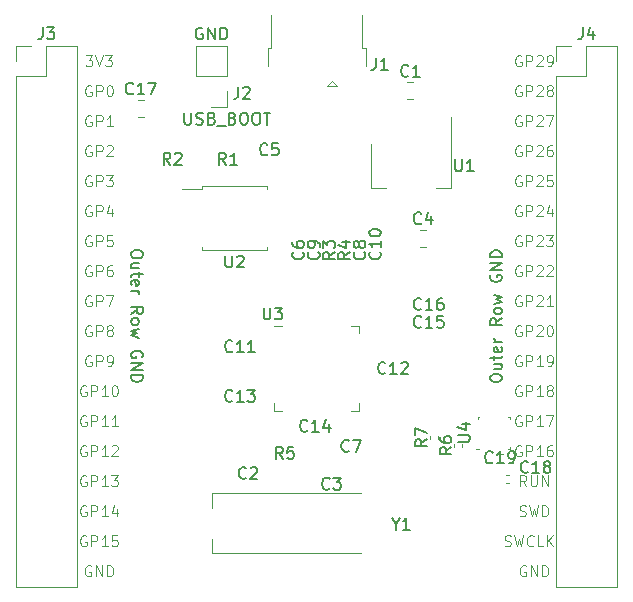
<source format=gbr>
G04 #@! TF.GenerationSoftware,KiCad,Pcbnew,7.0.7*
G04 #@! TF.CreationDate,2023-09-24T23:50:35-07:00*
G04 #@! TF.ProjectId,RP2040_minimal,52503230-3430-45f6-9d69-6e696d616c2e,REV1*
G04 #@! TF.SameCoordinates,Original*
G04 #@! TF.FileFunction,Legend,Top*
G04 #@! TF.FilePolarity,Positive*
%FSLAX46Y46*%
G04 Gerber Fmt 4.6, Leading zero omitted, Abs format (unit mm)*
G04 Created by KiCad (PCBNEW 7.0.7) date 2023-09-24 23:50:35*
%MOMM*%
%LPD*%
G01*
G04 APERTURE LIST*
%ADD10C,0.100000*%
%ADD11C,0.150000*%
%ADD12C,0.120000*%
G04 APERTURE END LIST*
D10*
X80942143Y-78634014D02*
X80856429Y-78591157D01*
X80856429Y-78591157D02*
X80727857Y-78591157D01*
X80727857Y-78591157D02*
X80599286Y-78634014D01*
X80599286Y-78634014D02*
X80513571Y-78719728D01*
X80513571Y-78719728D02*
X80470714Y-78805442D01*
X80470714Y-78805442D02*
X80427857Y-78976871D01*
X80427857Y-78976871D02*
X80427857Y-79105442D01*
X80427857Y-79105442D02*
X80470714Y-79276871D01*
X80470714Y-79276871D02*
X80513571Y-79362585D01*
X80513571Y-79362585D02*
X80599286Y-79448300D01*
X80599286Y-79448300D02*
X80727857Y-79491157D01*
X80727857Y-79491157D02*
X80813571Y-79491157D01*
X80813571Y-79491157D02*
X80942143Y-79448300D01*
X80942143Y-79448300D02*
X80985000Y-79405442D01*
X80985000Y-79405442D02*
X80985000Y-79105442D01*
X80985000Y-79105442D02*
X80813571Y-79105442D01*
X81370714Y-79491157D02*
X81370714Y-78591157D01*
X81370714Y-78591157D02*
X81713571Y-78591157D01*
X81713571Y-78591157D02*
X81799286Y-78634014D01*
X81799286Y-78634014D02*
X81842143Y-78676871D01*
X81842143Y-78676871D02*
X81885000Y-78762585D01*
X81885000Y-78762585D02*
X81885000Y-78891157D01*
X81885000Y-78891157D02*
X81842143Y-78976871D01*
X81842143Y-78976871D02*
X81799286Y-79019728D01*
X81799286Y-79019728D02*
X81713571Y-79062585D01*
X81713571Y-79062585D02*
X81370714Y-79062585D01*
X82742143Y-79491157D02*
X82227857Y-79491157D01*
X82485000Y-79491157D02*
X82485000Y-78591157D01*
X82485000Y-78591157D02*
X82399286Y-78719728D01*
X82399286Y-78719728D02*
X82313571Y-78805442D01*
X82313571Y-78805442D02*
X82227857Y-78848300D01*
X80942143Y-81174014D02*
X80856429Y-81131157D01*
X80856429Y-81131157D02*
X80727857Y-81131157D01*
X80727857Y-81131157D02*
X80599286Y-81174014D01*
X80599286Y-81174014D02*
X80513571Y-81259728D01*
X80513571Y-81259728D02*
X80470714Y-81345442D01*
X80470714Y-81345442D02*
X80427857Y-81516871D01*
X80427857Y-81516871D02*
X80427857Y-81645442D01*
X80427857Y-81645442D02*
X80470714Y-81816871D01*
X80470714Y-81816871D02*
X80513571Y-81902585D01*
X80513571Y-81902585D02*
X80599286Y-81988300D01*
X80599286Y-81988300D02*
X80727857Y-82031157D01*
X80727857Y-82031157D02*
X80813571Y-82031157D01*
X80813571Y-82031157D02*
X80942143Y-81988300D01*
X80942143Y-81988300D02*
X80985000Y-81945442D01*
X80985000Y-81945442D02*
X80985000Y-81645442D01*
X80985000Y-81645442D02*
X80813571Y-81645442D01*
X81370714Y-82031157D02*
X81370714Y-81131157D01*
X81370714Y-81131157D02*
X81713571Y-81131157D01*
X81713571Y-81131157D02*
X81799286Y-81174014D01*
X81799286Y-81174014D02*
X81842143Y-81216871D01*
X81842143Y-81216871D02*
X81885000Y-81302585D01*
X81885000Y-81302585D02*
X81885000Y-81431157D01*
X81885000Y-81431157D02*
X81842143Y-81516871D01*
X81842143Y-81516871D02*
X81799286Y-81559728D01*
X81799286Y-81559728D02*
X81713571Y-81602585D01*
X81713571Y-81602585D02*
X81370714Y-81602585D01*
X82227857Y-81216871D02*
X82270714Y-81174014D01*
X82270714Y-81174014D02*
X82356429Y-81131157D01*
X82356429Y-81131157D02*
X82570714Y-81131157D01*
X82570714Y-81131157D02*
X82656429Y-81174014D01*
X82656429Y-81174014D02*
X82699286Y-81216871D01*
X82699286Y-81216871D02*
X82742143Y-81302585D01*
X82742143Y-81302585D02*
X82742143Y-81388300D01*
X82742143Y-81388300D02*
X82699286Y-81516871D01*
X82699286Y-81516871D02*
X82185000Y-82031157D01*
X82185000Y-82031157D02*
X82742143Y-82031157D01*
X80942143Y-83714014D02*
X80856429Y-83671157D01*
X80856429Y-83671157D02*
X80727857Y-83671157D01*
X80727857Y-83671157D02*
X80599286Y-83714014D01*
X80599286Y-83714014D02*
X80513571Y-83799728D01*
X80513571Y-83799728D02*
X80470714Y-83885442D01*
X80470714Y-83885442D02*
X80427857Y-84056871D01*
X80427857Y-84056871D02*
X80427857Y-84185442D01*
X80427857Y-84185442D02*
X80470714Y-84356871D01*
X80470714Y-84356871D02*
X80513571Y-84442585D01*
X80513571Y-84442585D02*
X80599286Y-84528300D01*
X80599286Y-84528300D02*
X80727857Y-84571157D01*
X80727857Y-84571157D02*
X80813571Y-84571157D01*
X80813571Y-84571157D02*
X80942143Y-84528300D01*
X80942143Y-84528300D02*
X80985000Y-84485442D01*
X80985000Y-84485442D02*
X80985000Y-84185442D01*
X80985000Y-84185442D02*
X80813571Y-84185442D01*
X81370714Y-84571157D02*
X81370714Y-83671157D01*
X81370714Y-83671157D02*
X81713571Y-83671157D01*
X81713571Y-83671157D02*
X81799286Y-83714014D01*
X81799286Y-83714014D02*
X81842143Y-83756871D01*
X81842143Y-83756871D02*
X81885000Y-83842585D01*
X81885000Y-83842585D02*
X81885000Y-83971157D01*
X81885000Y-83971157D02*
X81842143Y-84056871D01*
X81842143Y-84056871D02*
X81799286Y-84099728D01*
X81799286Y-84099728D02*
X81713571Y-84142585D01*
X81713571Y-84142585D02*
X81370714Y-84142585D01*
X82185000Y-83671157D02*
X82742143Y-83671157D01*
X82742143Y-83671157D02*
X82442143Y-84014014D01*
X82442143Y-84014014D02*
X82570714Y-84014014D01*
X82570714Y-84014014D02*
X82656429Y-84056871D01*
X82656429Y-84056871D02*
X82699286Y-84099728D01*
X82699286Y-84099728D02*
X82742143Y-84185442D01*
X82742143Y-84185442D02*
X82742143Y-84399728D01*
X82742143Y-84399728D02*
X82699286Y-84485442D01*
X82699286Y-84485442D02*
X82656429Y-84528300D01*
X82656429Y-84528300D02*
X82570714Y-84571157D01*
X82570714Y-84571157D02*
X82313571Y-84571157D01*
X82313571Y-84571157D02*
X82227857Y-84528300D01*
X82227857Y-84528300D02*
X82185000Y-84485442D01*
X80942143Y-86254014D02*
X80856429Y-86211157D01*
X80856429Y-86211157D02*
X80727857Y-86211157D01*
X80727857Y-86211157D02*
X80599286Y-86254014D01*
X80599286Y-86254014D02*
X80513571Y-86339728D01*
X80513571Y-86339728D02*
X80470714Y-86425442D01*
X80470714Y-86425442D02*
X80427857Y-86596871D01*
X80427857Y-86596871D02*
X80427857Y-86725442D01*
X80427857Y-86725442D02*
X80470714Y-86896871D01*
X80470714Y-86896871D02*
X80513571Y-86982585D01*
X80513571Y-86982585D02*
X80599286Y-87068300D01*
X80599286Y-87068300D02*
X80727857Y-87111157D01*
X80727857Y-87111157D02*
X80813571Y-87111157D01*
X80813571Y-87111157D02*
X80942143Y-87068300D01*
X80942143Y-87068300D02*
X80985000Y-87025442D01*
X80985000Y-87025442D02*
X80985000Y-86725442D01*
X80985000Y-86725442D02*
X80813571Y-86725442D01*
X81370714Y-87111157D02*
X81370714Y-86211157D01*
X81370714Y-86211157D02*
X81713571Y-86211157D01*
X81713571Y-86211157D02*
X81799286Y-86254014D01*
X81799286Y-86254014D02*
X81842143Y-86296871D01*
X81842143Y-86296871D02*
X81885000Y-86382585D01*
X81885000Y-86382585D02*
X81885000Y-86511157D01*
X81885000Y-86511157D02*
X81842143Y-86596871D01*
X81842143Y-86596871D02*
X81799286Y-86639728D01*
X81799286Y-86639728D02*
X81713571Y-86682585D01*
X81713571Y-86682585D02*
X81370714Y-86682585D01*
X82656429Y-86511157D02*
X82656429Y-87111157D01*
X82442143Y-86168300D02*
X82227857Y-86811157D01*
X82227857Y-86811157D02*
X82785000Y-86811157D01*
X80942143Y-88794014D02*
X80856429Y-88751157D01*
X80856429Y-88751157D02*
X80727857Y-88751157D01*
X80727857Y-88751157D02*
X80599286Y-88794014D01*
X80599286Y-88794014D02*
X80513571Y-88879728D01*
X80513571Y-88879728D02*
X80470714Y-88965442D01*
X80470714Y-88965442D02*
X80427857Y-89136871D01*
X80427857Y-89136871D02*
X80427857Y-89265442D01*
X80427857Y-89265442D02*
X80470714Y-89436871D01*
X80470714Y-89436871D02*
X80513571Y-89522585D01*
X80513571Y-89522585D02*
X80599286Y-89608300D01*
X80599286Y-89608300D02*
X80727857Y-89651157D01*
X80727857Y-89651157D02*
X80813571Y-89651157D01*
X80813571Y-89651157D02*
X80942143Y-89608300D01*
X80942143Y-89608300D02*
X80985000Y-89565442D01*
X80985000Y-89565442D02*
X80985000Y-89265442D01*
X80985000Y-89265442D02*
X80813571Y-89265442D01*
X81370714Y-89651157D02*
X81370714Y-88751157D01*
X81370714Y-88751157D02*
X81713571Y-88751157D01*
X81713571Y-88751157D02*
X81799286Y-88794014D01*
X81799286Y-88794014D02*
X81842143Y-88836871D01*
X81842143Y-88836871D02*
X81885000Y-88922585D01*
X81885000Y-88922585D02*
X81885000Y-89051157D01*
X81885000Y-89051157D02*
X81842143Y-89136871D01*
X81842143Y-89136871D02*
X81799286Y-89179728D01*
X81799286Y-89179728D02*
X81713571Y-89222585D01*
X81713571Y-89222585D02*
X81370714Y-89222585D01*
X82699286Y-88751157D02*
X82270714Y-88751157D01*
X82270714Y-88751157D02*
X82227857Y-89179728D01*
X82227857Y-89179728D02*
X82270714Y-89136871D01*
X82270714Y-89136871D02*
X82356429Y-89094014D01*
X82356429Y-89094014D02*
X82570714Y-89094014D01*
X82570714Y-89094014D02*
X82656429Y-89136871D01*
X82656429Y-89136871D02*
X82699286Y-89179728D01*
X82699286Y-89179728D02*
X82742143Y-89265442D01*
X82742143Y-89265442D02*
X82742143Y-89479728D01*
X82742143Y-89479728D02*
X82699286Y-89565442D01*
X82699286Y-89565442D02*
X82656429Y-89608300D01*
X82656429Y-89608300D02*
X82570714Y-89651157D01*
X82570714Y-89651157D02*
X82356429Y-89651157D01*
X82356429Y-89651157D02*
X82270714Y-89608300D01*
X82270714Y-89608300D02*
X82227857Y-89565442D01*
X80942143Y-91334014D02*
X80856429Y-91291157D01*
X80856429Y-91291157D02*
X80727857Y-91291157D01*
X80727857Y-91291157D02*
X80599286Y-91334014D01*
X80599286Y-91334014D02*
X80513571Y-91419728D01*
X80513571Y-91419728D02*
X80470714Y-91505442D01*
X80470714Y-91505442D02*
X80427857Y-91676871D01*
X80427857Y-91676871D02*
X80427857Y-91805442D01*
X80427857Y-91805442D02*
X80470714Y-91976871D01*
X80470714Y-91976871D02*
X80513571Y-92062585D01*
X80513571Y-92062585D02*
X80599286Y-92148300D01*
X80599286Y-92148300D02*
X80727857Y-92191157D01*
X80727857Y-92191157D02*
X80813571Y-92191157D01*
X80813571Y-92191157D02*
X80942143Y-92148300D01*
X80942143Y-92148300D02*
X80985000Y-92105442D01*
X80985000Y-92105442D02*
X80985000Y-91805442D01*
X80985000Y-91805442D02*
X80813571Y-91805442D01*
X81370714Y-92191157D02*
X81370714Y-91291157D01*
X81370714Y-91291157D02*
X81713571Y-91291157D01*
X81713571Y-91291157D02*
X81799286Y-91334014D01*
X81799286Y-91334014D02*
X81842143Y-91376871D01*
X81842143Y-91376871D02*
X81885000Y-91462585D01*
X81885000Y-91462585D02*
X81885000Y-91591157D01*
X81885000Y-91591157D02*
X81842143Y-91676871D01*
X81842143Y-91676871D02*
X81799286Y-91719728D01*
X81799286Y-91719728D02*
X81713571Y-91762585D01*
X81713571Y-91762585D02*
X81370714Y-91762585D01*
X82656429Y-91291157D02*
X82485000Y-91291157D01*
X82485000Y-91291157D02*
X82399286Y-91334014D01*
X82399286Y-91334014D02*
X82356429Y-91376871D01*
X82356429Y-91376871D02*
X82270714Y-91505442D01*
X82270714Y-91505442D02*
X82227857Y-91676871D01*
X82227857Y-91676871D02*
X82227857Y-92019728D01*
X82227857Y-92019728D02*
X82270714Y-92105442D01*
X82270714Y-92105442D02*
X82313571Y-92148300D01*
X82313571Y-92148300D02*
X82399286Y-92191157D01*
X82399286Y-92191157D02*
X82570714Y-92191157D01*
X82570714Y-92191157D02*
X82656429Y-92148300D01*
X82656429Y-92148300D02*
X82699286Y-92105442D01*
X82699286Y-92105442D02*
X82742143Y-92019728D01*
X82742143Y-92019728D02*
X82742143Y-91805442D01*
X82742143Y-91805442D02*
X82699286Y-91719728D01*
X82699286Y-91719728D02*
X82656429Y-91676871D01*
X82656429Y-91676871D02*
X82570714Y-91634014D01*
X82570714Y-91634014D02*
X82399286Y-91634014D01*
X82399286Y-91634014D02*
X82313571Y-91676871D01*
X82313571Y-91676871D02*
X82270714Y-91719728D01*
X82270714Y-91719728D02*
X82227857Y-91805442D01*
X80942143Y-93874014D02*
X80856429Y-93831157D01*
X80856429Y-93831157D02*
X80727857Y-93831157D01*
X80727857Y-93831157D02*
X80599286Y-93874014D01*
X80599286Y-93874014D02*
X80513571Y-93959728D01*
X80513571Y-93959728D02*
X80470714Y-94045442D01*
X80470714Y-94045442D02*
X80427857Y-94216871D01*
X80427857Y-94216871D02*
X80427857Y-94345442D01*
X80427857Y-94345442D02*
X80470714Y-94516871D01*
X80470714Y-94516871D02*
X80513571Y-94602585D01*
X80513571Y-94602585D02*
X80599286Y-94688300D01*
X80599286Y-94688300D02*
X80727857Y-94731157D01*
X80727857Y-94731157D02*
X80813571Y-94731157D01*
X80813571Y-94731157D02*
X80942143Y-94688300D01*
X80942143Y-94688300D02*
X80985000Y-94645442D01*
X80985000Y-94645442D02*
X80985000Y-94345442D01*
X80985000Y-94345442D02*
X80813571Y-94345442D01*
X81370714Y-94731157D02*
X81370714Y-93831157D01*
X81370714Y-93831157D02*
X81713571Y-93831157D01*
X81713571Y-93831157D02*
X81799286Y-93874014D01*
X81799286Y-93874014D02*
X81842143Y-93916871D01*
X81842143Y-93916871D02*
X81885000Y-94002585D01*
X81885000Y-94002585D02*
X81885000Y-94131157D01*
X81885000Y-94131157D02*
X81842143Y-94216871D01*
X81842143Y-94216871D02*
X81799286Y-94259728D01*
X81799286Y-94259728D02*
X81713571Y-94302585D01*
X81713571Y-94302585D02*
X81370714Y-94302585D01*
X82185000Y-93831157D02*
X82785000Y-93831157D01*
X82785000Y-93831157D02*
X82399286Y-94731157D01*
X80942143Y-96414014D02*
X80856429Y-96371157D01*
X80856429Y-96371157D02*
X80727857Y-96371157D01*
X80727857Y-96371157D02*
X80599286Y-96414014D01*
X80599286Y-96414014D02*
X80513571Y-96499728D01*
X80513571Y-96499728D02*
X80470714Y-96585442D01*
X80470714Y-96585442D02*
X80427857Y-96756871D01*
X80427857Y-96756871D02*
X80427857Y-96885442D01*
X80427857Y-96885442D02*
X80470714Y-97056871D01*
X80470714Y-97056871D02*
X80513571Y-97142585D01*
X80513571Y-97142585D02*
X80599286Y-97228300D01*
X80599286Y-97228300D02*
X80727857Y-97271157D01*
X80727857Y-97271157D02*
X80813571Y-97271157D01*
X80813571Y-97271157D02*
X80942143Y-97228300D01*
X80942143Y-97228300D02*
X80985000Y-97185442D01*
X80985000Y-97185442D02*
X80985000Y-96885442D01*
X80985000Y-96885442D02*
X80813571Y-96885442D01*
X81370714Y-97271157D02*
X81370714Y-96371157D01*
X81370714Y-96371157D02*
X81713571Y-96371157D01*
X81713571Y-96371157D02*
X81799286Y-96414014D01*
X81799286Y-96414014D02*
X81842143Y-96456871D01*
X81842143Y-96456871D02*
X81885000Y-96542585D01*
X81885000Y-96542585D02*
X81885000Y-96671157D01*
X81885000Y-96671157D02*
X81842143Y-96756871D01*
X81842143Y-96756871D02*
X81799286Y-96799728D01*
X81799286Y-96799728D02*
X81713571Y-96842585D01*
X81713571Y-96842585D02*
X81370714Y-96842585D01*
X82399286Y-96756871D02*
X82313571Y-96714014D01*
X82313571Y-96714014D02*
X82270714Y-96671157D01*
X82270714Y-96671157D02*
X82227857Y-96585442D01*
X82227857Y-96585442D02*
X82227857Y-96542585D01*
X82227857Y-96542585D02*
X82270714Y-96456871D01*
X82270714Y-96456871D02*
X82313571Y-96414014D01*
X82313571Y-96414014D02*
X82399286Y-96371157D01*
X82399286Y-96371157D02*
X82570714Y-96371157D01*
X82570714Y-96371157D02*
X82656429Y-96414014D01*
X82656429Y-96414014D02*
X82699286Y-96456871D01*
X82699286Y-96456871D02*
X82742143Y-96542585D01*
X82742143Y-96542585D02*
X82742143Y-96585442D01*
X82742143Y-96585442D02*
X82699286Y-96671157D01*
X82699286Y-96671157D02*
X82656429Y-96714014D01*
X82656429Y-96714014D02*
X82570714Y-96756871D01*
X82570714Y-96756871D02*
X82399286Y-96756871D01*
X82399286Y-96756871D02*
X82313571Y-96799728D01*
X82313571Y-96799728D02*
X82270714Y-96842585D01*
X82270714Y-96842585D02*
X82227857Y-96928300D01*
X82227857Y-96928300D02*
X82227857Y-97099728D01*
X82227857Y-97099728D02*
X82270714Y-97185442D01*
X82270714Y-97185442D02*
X82313571Y-97228300D01*
X82313571Y-97228300D02*
X82399286Y-97271157D01*
X82399286Y-97271157D02*
X82570714Y-97271157D01*
X82570714Y-97271157D02*
X82656429Y-97228300D01*
X82656429Y-97228300D02*
X82699286Y-97185442D01*
X82699286Y-97185442D02*
X82742143Y-97099728D01*
X82742143Y-97099728D02*
X82742143Y-96928300D01*
X82742143Y-96928300D02*
X82699286Y-96842585D01*
X82699286Y-96842585D02*
X82656429Y-96799728D01*
X82656429Y-96799728D02*
X82570714Y-96756871D01*
X80942143Y-98954014D02*
X80856429Y-98911157D01*
X80856429Y-98911157D02*
X80727857Y-98911157D01*
X80727857Y-98911157D02*
X80599286Y-98954014D01*
X80599286Y-98954014D02*
X80513571Y-99039728D01*
X80513571Y-99039728D02*
X80470714Y-99125442D01*
X80470714Y-99125442D02*
X80427857Y-99296871D01*
X80427857Y-99296871D02*
X80427857Y-99425442D01*
X80427857Y-99425442D02*
X80470714Y-99596871D01*
X80470714Y-99596871D02*
X80513571Y-99682585D01*
X80513571Y-99682585D02*
X80599286Y-99768300D01*
X80599286Y-99768300D02*
X80727857Y-99811157D01*
X80727857Y-99811157D02*
X80813571Y-99811157D01*
X80813571Y-99811157D02*
X80942143Y-99768300D01*
X80942143Y-99768300D02*
X80985000Y-99725442D01*
X80985000Y-99725442D02*
X80985000Y-99425442D01*
X80985000Y-99425442D02*
X80813571Y-99425442D01*
X81370714Y-99811157D02*
X81370714Y-98911157D01*
X81370714Y-98911157D02*
X81713571Y-98911157D01*
X81713571Y-98911157D02*
X81799286Y-98954014D01*
X81799286Y-98954014D02*
X81842143Y-98996871D01*
X81842143Y-98996871D02*
X81885000Y-99082585D01*
X81885000Y-99082585D02*
X81885000Y-99211157D01*
X81885000Y-99211157D02*
X81842143Y-99296871D01*
X81842143Y-99296871D02*
X81799286Y-99339728D01*
X81799286Y-99339728D02*
X81713571Y-99382585D01*
X81713571Y-99382585D02*
X81370714Y-99382585D01*
X82313571Y-99811157D02*
X82485000Y-99811157D01*
X82485000Y-99811157D02*
X82570714Y-99768300D01*
X82570714Y-99768300D02*
X82613571Y-99725442D01*
X82613571Y-99725442D02*
X82699286Y-99596871D01*
X82699286Y-99596871D02*
X82742143Y-99425442D01*
X82742143Y-99425442D02*
X82742143Y-99082585D01*
X82742143Y-99082585D02*
X82699286Y-98996871D01*
X82699286Y-98996871D02*
X82656429Y-98954014D01*
X82656429Y-98954014D02*
X82570714Y-98911157D01*
X82570714Y-98911157D02*
X82399286Y-98911157D01*
X82399286Y-98911157D02*
X82313571Y-98954014D01*
X82313571Y-98954014D02*
X82270714Y-98996871D01*
X82270714Y-98996871D02*
X82227857Y-99082585D01*
X82227857Y-99082585D02*
X82227857Y-99296871D01*
X82227857Y-99296871D02*
X82270714Y-99382585D01*
X82270714Y-99382585D02*
X82313571Y-99425442D01*
X82313571Y-99425442D02*
X82399286Y-99468300D01*
X82399286Y-99468300D02*
X82570714Y-99468300D01*
X82570714Y-99468300D02*
X82656429Y-99425442D01*
X82656429Y-99425442D02*
X82699286Y-99382585D01*
X82699286Y-99382585D02*
X82742143Y-99296871D01*
X80513571Y-104034014D02*
X80427857Y-103991157D01*
X80427857Y-103991157D02*
X80299285Y-103991157D01*
X80299285Y-103991157D02*
X80170714Y-104034014D01*
X80170714Y-104034014D02*
X80084999Y-104119728D01*
X80084999Y-104119728D02*
X80042142Y-104205442D01*
X80042142Y-104205442D02*
X79999285Y-104376871D01*
X79999285Y-104376871D02*
X79999285Y-104505442D01*
X79999285Y-104505442D02*
X80042142Y-104676871D01*
X80042142Y-104676871D02*
X80084999Y-104762585D01*
X80084999Y-104762585D02*
X80170714Y-104848300D01*
X80170714Y-104848300D02*
X80299285Y-104891157D01*
X80299285Y-104891157D02*
X80384999Y-104891157D01*
X80384999Y-104891157D02*
X80513571Y-104848300D01*
X80513571Y-104848300D02*
X80556428Y-104805442D01*
X80556428Y-104805442D02*
X80556428Y-104505442D01*
X80556428Y-104505442D02*
X80384999Y-104505442D01*
X80942142Y-104891157D02*
X80942142Y-103991157D01*
X80942142Y-103991157D02*
X81284999Y-103991157D01*
X81284999Y-103991157D02*
X81370714Y-104034014D01*
X81370714Y-104034014D02*
X81413571Y-104076871D01*
X81413571Y-104076871D02*
X81456428Y-104162585D01*
X81456428Y-104162585D02*
X81456428Y-104291157D01*
X81456428Y-104291157D02*
X81413571Y-104376871D01*
X81413571Y-104376871D02*
X81370714Y-104419728D01*
X81370714Y-104419728D02*
X81284999Y-104462585D01*
X81284999Y-104462585D02*
X80942142Y-104462585D01*
X82313571Y-104891157D02*
X81799285Y-104891157D01*
X82056428Y-104891157D02*
X82056428Y-103991157D01*
X82056428Y-103991157D02*
X81970714Y-104119728D01*
X81970714Y-104119728D02*
X81884999Y-104205442D01*
X81884999Y-104205442D02*
X81799285Y-104248300D01*
X83170714Y-104891157D02*
X82656428Y-104891157D01*
X82913571Y-104891157D02*
X82913571Y-103991157D01*
X82913571Y-103991157D02*
X82827857Y-104119728D01*
X82827857Y-104119728D02*
X82742142Y-104205442D01*
X82742142Y-104205442D02*
X82656428Y-104248300D01*
X80513571Y-101494014D02*
X80427857Y-101451157D01*
X80427857Y-101451157D02*
X80299285Y-101451157D01*
X80299285Y-101451157D02*
X80170714Y-101494014D01*
X80170714Y-101494014D02*
X80084999Y-101579728D01*
X80084999Y-101579728D02*
X80042142Y-101665442D01*
X80042142Y-101665442D02*
X79999285Y-101836871D01*
X79999285Y-101836871D02*
X79999285Y-101965442D01*
X79999285Y-101965442D02*
X80042142Y-102136871D01*
X80042142Y-102136871D02*
X80084999Y-102222585D01*
X80084999Y-102222585D02*
X80170714Y-102308300D01*
X80170714Y-102308300D02*
X80299285Y-102351157D01*
X80299285Y-102351157D02*
X80384999Y-102351157D01*
X80384999Y-102351157D02*
X80513571Y-102308300D01*
X80513571Y-102308300D02*
X80556428Y-102265442D01*
X80556428Y-102265442D02*
X80556428Y-101965442D01*
X80556428Y-101965442D02*
X80384999Y-101965442D01*
X80942142Y-102351157D02*
X80942142Y-101451157D01*
X80942142Y-101451157D02*
X81284999Y-101451157D01*
X81284999Y-101451157D02*
X81370714Y-101494014D01*
X81370714Y-101494014D02*
X81413571Y-101536871D01*
X81413571Y-101536871D02*
X81456428Y-101622585D01*
X81456428Y-101622585D02*
X81456428Y-101751157D01*
X81456428Y-101751157D02*
X81413571Y-101836871D01*
X81413571Y-101836871D02*
X81370714Y-101879728D01*
X81370714Y-101879728D02*
X81284999Y-101922585D01*
X81284999Y-101922585D02*
X80942142Y-101922585D01*
X82313571Y-102351157D02*
X81799285Y-102351157D01*
X82056428Y-102351157D02*
X82056428Y-101451157D01*
X82056428Y-101451157D02*
X81970714Y-101579728D01*
X81970714Y-101579728D02*
X81884999Y-101665442D01*
X81884999Y-101665442D02*
X81799285Y-101708300D01*
X82870714Y-101451157D02*
X82956428Y-101451157D01*
X82956428Y-101451157D02*
X83042142Y-101494014D01*
X83042142Y-101494014D02*
X83085000Y-101536871D01*
X83085000Y-101536871D02*
X83127857Y-101622585D01*
X83127857Y-101622585D02*
X83170714Y-101794014D01*
X83170714Y-101794014D02*
X83170714Y-102008300D01*
X83170714Y-102008300D02*
X83127857Y-102179728D01*
X83127857Y-102179728D02*
X83085000Y-102265442D01*
X83085000Y-102265442D02*
X83042142Y-102308300D01*
X83042142Y-102308300D02*
X82956428Y-102351157D01*
X82956428Y-102351157D02*
X82870714Y-102351157D01*
X82870714Y-102351157D02*
X82785000Y-102308300D01*
X82785000Y-102308300D02*
X82742142Y-102265442D01*
X82742142Y-102265442D02*
X82699285Y-102179728D01*
X82699285Y-102179728D02*
X82656428Y-102008300D01*
X82656428Y-102008300D02*
X82656428Y-101794014D01*
X82656428Y-101794014D02*
X82699285Y-101622585D01*
X82699285Y-101622585D02*
X82742142Y-101536871D01*
X82742142Y-101536871D02*
X82785000Y-101494014D01*
X82785000Y-101494014D02*
X82870714Y-101451157D01*
X80513571Y-106574014D02*
X80427857Y-106531157D01*
X80427857Y-106531157D02*
X80299285Y-106531157D01*
X80299285Y-106531157D02*
X80170714Y-106574014D01*
X80170714Y-106574014D02*
X80084999Y-106659728D01*
X80084999Y-106659728D02*
X80042142Y-106745442D01*
X80042142Y-106745442D02*
X79999285Y-106916871D01*
X79999285Y-106916871D02*
X79999285Y-107045442D01*
X79999285Y-107045442D02*
X80042142Y-107216871D01*
X80042142Y-107216871D02*
X80084999Y-107302585D01*
X80084999Y-107302585D02*
X80170714Y-107388300D01*
X80170714Y-107388300D02*
X80299285Y-107431157D01*
X80299285Y-107431157D02*
X80384999Y-107431157D01*
X80384999Y-107431157D02*
X80513571Y-107388300D01*
X80513571Y-107388300D02*
X80556428Y-107345442D01*
X80556428Y-107345442D02*
X80556428Y-107045442D01*
X80556428Y-107045442D02*
X80384999Y-107045442D01*
X80942142Y-107431157D02*
X80942142Y-106531157D01*
X80942142Y-106531157D02*
X81284999Y-106531157D01*
X81284999Y-106531157D02*
X81370714Y-106574014D01*
X81370714Y-106574014D02*
X81413571Y-106616871D01*
X81413571Y-106616871D02*
X81456428Y-106702585D01*
X81456428Y-106702585D02*
X81456428Y-106831157D01*
X81456428Y-106831157D02*
X81413571Y-106916871D01*
X81413571Y-106916871D02*
X81370714Y-106959728D01*
X81370714Y-106959728D02*
X81284999Y-107002585D01*
X81284999Y-107002585D02*
X80942142Y-107002585D01*
X82313571Y-107431157D02*
X81799285Y-107431157D01*
X82056428Y-107431157D02*
X82056428Y-106531157D01*
X82056428Y-106531157D02*
X81970714Y-106659728D01*
X81970714Y-106659728D02*
X81884999Y-106745442D01*
X81884999Y-106745442D02*
X81799285Y-106788300D01*
X82656428Y-106616871D02*
X82699285Y-106574014D01*
X82699285Y-106574014D02*
X82785000Y-106531157D01*
X82785000Y-106531157D02*
X82999285Y-106531157D01*
X82999285Y-106531157D02*
X83085000Y-106574014D01*
X83085000Y-106574014D02*
X83127857Y-106616871D01*
X83127857Y-106616871D02*
X83170714Y-106702585D01*
X83170714Y-106702585D02*
X83170714Y-106788300D01*
X83170714Y-106788300D02*
X83127857Y-106916871D01*
X83127857Y-106916871D02*
X82613571Y-107431157D01*
X82613571Y-107431157D02*
X83170714Y-107431157D01*
X80513571Y-109114014D02*
X80427857Y-109071157D01*
X80427857Y-109071157D02*
X80299285Y-109071157D01*
X80299285Y-109071157D02*
X80170714Y-109114014D01*
X80170714Y-109114014D02*
X80084999Y-109199728D01*
X80084999Y-109199728D02*
X80042142Y-109285442D01*
X80042142Y-109285442D02*
X79999285Y-109456871D01*
X79999285Y-109456871D02*
X79999285Y-109585442D01*
X79999285Y-109585442D02*
X80042142Y-109756871D01*
X80042142Y-109756871D02*
X80084999Y-109842585D01*
X80084999Y-109842585D02*
X80170714Y-109928300D01*
X80170714Y-109928300D02*
X80299285Y-109971157D01*
X80299285Y-109971157D02*
X80384999Y-109971157D01*
X80384999Y-109971157D02*
X80513571Y-109928300D01*
X80513571Y-109928300D02*
X80556428Y-109885442D01*
X80556428Y-109885442D02*
X80556428Y-109585442D01*
X80556428Y-109585442D02*
X80384999Y-109585442D01*
X80942142Y-109971157D02*
X80942142Y-109071157D01*
X80942142Y-109071157D02*
X81284999Y-109071157D01*
X81284999Y-109071157D02*
X81370714Y-109114014D01*
X81370714Y-109114014D02*
X81413571Y-109156871D01*
X81413571Y-109156871D02*
X81456428Y-109242585D01*
X81456428Y-109242585D02*
X81456428Y-109371157D01*
X81456428Y-109371157D02*
X81413571Y-109456871D01*
X81413571Y-109456871D02*
X81370714Y-109499728D01*
X81370714Y-109499728D02*
X81284999Y-109542585D01*
X81284999Y-109542585D02*
X80942142Y-109542585D01*
X82313571Y-109971157D02*
X81799285Y-109971157D01*
X82056428Y-109971157D02*
X82056428Y-109071157D01*
X82056428Y-109071157D02*
X81970714Y-109199728D01*
X81970714Y-109199728D02*
X81884999Y-109285442D01*
X81884999Y-109285442D02*
X81799285Y-109328300D01*
X82613571Y-109071157D02*
X83170714Y-109071157D01*
X83170714Y-109071157D02*
X82870714Y-109414014D01*
X82870714Y-109414014D02*
X82999285Y-109414014D01*
X82999285Y-109414014D02*
X83085000Y-109456871D01*
X83085000Y-109456871D02*
X83127857Y-109499728D01*
X83127857Y-109499728D02*
X83170714Y-109585442D01*
X83170714Y-109585442D02*
X83170714Y-109799728D01*
X83170714Y-109799728D02*
X83127857Y-109885442D01*
X83127857Y-109885442D02*
X83085000Y-109928300D01*
X83085000Y-109928300D02*
X82999285Y-109971157D01*
X82999285Y-109971157D02*
X82742142Y-109971157D01*
X82742142Y-109971157D02*
X82656428Y-109928300D01*
X82656428Y-109928300D02*
X82613571Y-109885442D01*
X80513571Y-114194014D02*
X80427857Y-114151157D01*
X80427857Y-114151157D02*
X80299285Y-114151157D01*
X80299285Y-114151157D02*
X80170714Y-114194014D01*
X80170714Y-114194014D02*
X80084999Y-114279728D01*
X80084999Y-114279728D02*
X80042142Y-114365442D01*
X80042142Y-114365442D02*
X79999285Y-114536871D01*
X79999285Y-114536871D02*
X79999285Y-114665442D01*
X79999285Y-114665442D02*
X80042142Y-114836871D01*
X80042142Y-114836871D02*
X80084999Y-114922585D01*
X80084999Y-114922585D02*
X80170714Y-115008300D01*
X80170714Y-115008300D02*
X80299285Y-115051157D01*
X80299285Y-115051157D02*
X80384999Y-115051157D01*
X80384999Y-115051157D02*
X80513571Y-115008300D01*
X80513571Y-115008300D02*
X80556428Y-114965442D01*
X80556428Y-114965442D02*
X80556428Y-114665442D01*
X80556428Y-114665442D02*
X80384999Y-114665442D01*
X80942142Y-115051157D02*
X80942142Y-114151157D01*
X80942142Y-114151157D02*
X81284999Y-114151157D01*
X81284999Y-114151157D02*
X81370714Y-114194014D01*
X81370714Y-114194014D02*
X81413571Y-114236871D01*
X81413571Y-114236871D02*
X81456428Y-114322585D01*
X81456428Y-114322585D02*
X81456428Y-114451157D01*
X81456428Y-114451157D02*
X81413571Y-114536871D01*
X81413571Y-114536871D02*
X81370714Y-114579728D01*
X81370714Y-114579728D02*
X81284999Y-114622585D01*
X81284999Y-114622585D02*
X80942142Y-114622585D01*
X82313571Y-115051157D02*
X81799285Y-115051157D01*
X82056428Y-115051157D02*
X82056428Y-114151157D01*
X82056428Y-114151157D02*
X81970714Y-114279728D01*
X81970714Y-114279728D02*
X81884999Y-114365442D01*
X81884999Y-114365442D02*
X81799285Y-114408300D01*
X83127857Y-114151157D02*
X82699285Y-114151157D01*
X82699285Y-114151157D02*
X82656428Y-114579728D01*
X82656428Y-114579728D02*
X82699285Y-114536871D01*
X82699285Y-114536871D02*
X82785000Y-114494014D01*
X82785000Y-114494014D02*
X82999285Y-114494014D01*
X82999285Y-114494014D02*
X83085000Y-114536871D01*
X83085000Y-114536871D02*
X83127857Y-114579728D01*
X83127857Y-114579728D02*
X83170714Y-114665442D01*
X83170714Y-114665442D02*
X83170714Y-114879728D01*
X83170714Y-114879728D02*
X83127857Y-114965442D01*
X83127857Y-114965442D02*
X83085000Y-115008300D01*
X83085000Y-115008300D02*
X82999285Y-115051157D01*
X82999285Y-115051157D02*
X82785000Y-115051157D01*
X82785000Y-115051157D02*
X82699285Y-115008300D01*
X82699285Y-115008300D02*
X82656428Y-114965442D01*
X80513571Y-111654014D02*
X80427857Y-111611157D01*
X80427857Y-111611157D02*
X80299285Y-111611157D01*
X80299285Y-111611157D02*
X80170714Y-111654014D01*
X80170714Y-111654014D02*
X80084999Y-111739728D01*
X80084999Y-111739728D02*
X80042142Y-111825442D01*
X80042142Y-111825442D02*
X79999285Y-111996871D01*
X79999285Y-111996871D02*
X79999285Y-112125442D01*
X79999285Y-112125442D02*
X80042142Y-112296871D01*
X80042142Y-112296871D02*
X80084999Y-112382585D01*
X80084999Y-112382585D02*
X80170714Y-112468300D01*
X80170714Y-112468300D02*
X80299285Y-112511157D01*
X80299285Y-112511157D02*
X80384999Y-112511157D01*
X80384999Y-112511157D02*
X80513571Y-112468300D01*
X80513571Y-112468300D02*
X80556428Y-112425442D01*
X80556428Y-112425442D02*
X80556428Y-112125442D01*
X80556428Y-112125442D02*
X80384999Y-112125442D01*
X80942142Y-112511157D02*
X80942142Y-111611157D01*
X80942142Y-111611157D02*
X81284999Y-111611157D01*
X81284999Y-111611157D02*
X81370714Y-111654014D01*
X81370714Y-111654014D02*
X81413571Y-111696871D01*
X81413571Y-111696871D02*
X81456428Y-111782585D01*
X81456428Y-111782585D02*
X81456428Y-111911157D01*
X81456428Y-111911157D02*
X81413571Y-111996871D01*
X81413571Y-111996871D02*
X81370714Y-112039728D01*
X81370714Y-112039728D02*
X81284999Y-112082585D01*
X81284999Y-112082585D02*
X80942142Y-112082585D01*
X82313571Y-112511157D02*
X81799285Y-112511157D01*
X82056428Y-112511157D02*
X82056428Y-111611157D01*
X82056428Y-111611157D02*
X81970714Y-111739728D01*
X81970714Y-111739728D02*
X81884999Y-111825442D01*
X81884999Y-111825442D02*
X81799285Y-111868300D01*
X83085000Y-111911157D02*
X83085000Y-112511157D01*
X82870714Y-111568300D02*
X82656428Y-112211157D01*
X82656428Y-112211157D02*
X83213571Y-112211157D01*
X117343571Y-76094014D02*
X117257857Y-76051157D01*
X117257857Y-76051157D02*
X117129285Y-76051157D01*
X117129285Y-76051157D02*
X117000714Y-76094014D01*
X117000714Y-76094014D02*
X116914999Y-76179728D01*
X116914999Y-76179728D02*
X116872142Y-76265442D01*
X116872142Y-76265442D02*
X116829285Y-76436871D01*
X116829285Y-76436871D02*
X116829285Y-76565442D01*
X116829285Y-76565442D02*
X116872142Y-76736871D01*
X116872142Y-76736871D02*
X116914999Y-76822585D01*
X116914999Y-76822585D02*
X117000714Y-76908300D01*
X117000714Y-76908300D02*
X117129285Y-76951157D01*
X117129285Y-76951157D02*
X117214999Y-76951157D01*
X117214999Y-76951157D02*
X117343571Y-76908300D01*
X117343571Y-76908300D02*
X117386428Y-76865442D01*
X117386428Y-76865442D02*
X117386428Y-76565442D01*
X117386428Y-76565442D02*
X117214999Y-76565442D01*
X117772142Y-76951157D02*
X117772142Y-76051157D01*
X117772142Y-76051157D02*
X118114999Y-76051157D01*
X118114999Y-76051157D02*
X118200714Y-76094014D01*
X118200714Y-76094014D02*
X118243571Y-76136871D01*
X118243571Y-76136871D02*
X118286428Y-76222585D01*
X118286428Y-76222585D02*
X118286428Y-76351157D01*
X118286428Y-76351157D02*
X118243571Y-76436871D01*
X118243571Y-76436871D02*
X118200714Y-76479728D01*
X118200714Y-76479728D02*
X118114999Y-76522585D01*
X118114999Y-76522585D02*
X117772142Y-76522585D01*
X118629285Y-76136871D02*
X118672142Y-76094014D01*
X118672142Y-76094014D02*
X118757857Y-76051157D01*
X118757857Y-76051157D02*
X118972142Y-76051157D01*
X118972142Y-76051157D02*
X119057857Y-76094014D01*
X119057857Y-76094014D02*
X119100714Y-76136871D01*
X119100714Y-76136871D02*
X119143571Y-76222585D01*
X119143571Y-76222585D02*
X119143571Y-76308300D01*
X119143571Y-76308300D02*
X119100714Y-76436871D01*
X119100714Y-76436871D02*
X118586428Y-76951157D01*
X118586428Y-76951157D02*
X119143571Y-76951157D01*
X119657857Y-76436871D02*
X119572142Y-76394014D01*
X119572142Y-76394014D02*
X119529285Y-76351157D01*
X119529285Y-76351157D02*
X119486428Y-76265442D01*
X119486428Y-76265442D02*
X119486428Y-76222585D01*
X119486428Y-76222585D02*
X119529285Y-76136871D01*
X119529285Y-76136871D02*
X119572142Y-76094014D01*
X119572142Y-76094014D02*
X119657857Y-76051157D01*
X119657857Y-76051157D02*
X119829285Y-76051157D01*
X119829285Y-76051157D02*
X119915000Y-76094014D01*
X119915000Y-76094014D02*
X119957857Y-76136871D01*
X119957857Y-76136871D02*
X120000714Y-76222585D01*
X120000714Y-76222585D02*
X120000714Y-76265442D01*
X120000714Y-76265442D02*
X119957857Y-76351157D01*
X119957857Y-76351157D02*
X119915000Y-76394014D01*
X119915000Y-76394014D02*
X119829285Y-76436871D01*
X119829285Y-76436871D02*
X119657857Y-76436871D01*
X119657857Y-76436871D02*
X119572142Y-76479728D01*
X119572142Y-76479728D02*
X119529285Y-76522585D01*
X119529285Y-76522585D02*
X119486428Y-76608300D01*
X119486428Y-76608300D02*
X119486428Y-76779728D01*
X119486428Y-76779728D02*
X119529285Y-76865442D01*
X119529285Y-76865442D02*
X119572142Y-76908300D01*
X119572142Y-76908300D02*
X119657857Y-76951157D01*
X119657857Y-76951157D02*
X119829285Y-76951157D01*
X119829285Y-76951157D02*
X119915000Y-76908300D01*
X119915000Y-76908300D02*
X119957857Y-76865442D01*
X119957857Y-76865442D02*
X120000714Y-76779728D01*
X120000714Y-76779728D02*
X120000714Y-76608300D01*
X120000714Y-76608300D02*
X119957857Y-76522585D01*
X119957857Y-76522585D02*
X119915000Y-76479728D01*
X119915000Y-76479728D02*
X119829285Y-76436871D01*
X117343571Y-78634014D02*
X117257857Y-78591157D01*
X117257857Y-78591157D02*
X117129285Y-78591157D01*
X117129285Y-78591157D02*
X117000714Y-78634014D01*
X117000714Y-78634014D02*
X116914999Y-78719728D01*
X116914999Y-78719728D02*
X116872142Y-78805442D01*
X116872142Y-78805442D02*
X116829285Y-78976871D01*
X116829285Y-78976871D02*
X116829285Y-79105442D01*
X116829285Y-79105442D02*
X116872142Y-79276871D01*
X116872142Y-79276871D02*
X116914999Y-79362585D01*
X116914999Y-79362585D02*
X117000714Y-79448300D01*
X117000714Y-79448300D02*
X117129285Y-79491157D01*
X117129285Y-79491157D02*
X117214999Y-79491157D01*
X117214999Y-79491157D02*
X117343571Y-79448300D01*
X117343571Y-79448300D02*
X117386428Y-79405442D01*
X117386428Y-79405442D02*
X117386428Y-79105442D01*
X117386428Y-79105442D02*
X117214999Y-79105442D01*
X117772142Y-79491157D02*
X117772142Y-78591157D01*
X117772142Y-78591157D02*
X118114999Y-78591157D01*
X118114999Y-78591157D02*
X118200714Y-78634014D01*
X118200714Y-78634014D02*
X118243571Y-78676871D01*
X118243571Y-78676871D02*
X118286428Y-78762585D01*
X118286428Y-78762585D02*
X118286428Y-78891157D01*
X118286428Y-78891157D02*
X118243571Y-78976871D01*
X118243571Y-78976871D02*
X118200714Y-79019728D01*
X118200714Y-79019728D02*
X118114999Y-79062585D01*
X118114999Y-79062585D02*
X117772142Y-79062585D01*
X118629285Y-78676871D02*
X118672142Y-78634014D01*
X118672142Y-78634014D02*
X118757857Y-78591157D01*
X118757857Y-78591157D02*
X118972142Y-78591157D01*
X118972142Y-78591157D02*
X119057857Y-78634014D01*
X119057857Y-78634014D02*
X119100714Y-78676871D01*
X119100714Y-78676871D02*
X119143571Y-78762585D01*
X119143571Y-78762585D02*
X119143571Y-78848300D01*
X119143571Y-78848300D02*
X119100714Y-78976871D01*
X119100714Y-78976871D02*
X118586428Y-79491157D01*
X118586428Y-79491157D02*
X119143571Y-79491157D01*
X119443571Y-78591157D02*
X120043571Y-78591157D01*
X120043571Y-78591157D02*
X119657857Y-79491157D01*
X117343571Y-81174014D02*
X117257857Y-81131157D01*
X117257857Y-81131157D02*
X117129285Y-81131157D01*
X117129285Y-81131157D02*
X117000714Y-81174014D01*
X117000714Y-81174014D02*
X116914999Y-81259728D01*
X116914999Y-81259728D02*
X116872142Y-81345442D01*
X116872142Y-81345442D02*
X116829285Y-81516871D01*
X116829285Y-81516871D02*
X116829285Y-81645442D01*
X116829285Y-81645442D02*
X116872142Y-81816871D01*
X116872142Y-81816871D02*
X116914999Y-81902585D01*
X116914999Y-81902585D02*
X117000714Y-81988300D01*
X117000714Y-81988300D02*
X117129285Y-82031157D01*
X117129285Y-82031157D02*
X117214999Y-82031157D01*
X117214999Y-82031157D02*
X117343571Y-81988300D01*
X117343571Y-81988300D02*
X117386428Y-81945442D01*
X117386428Y-81945442D02*
X117386428Y-81645442D01*
X117386428Y-81645442D02*
X117214999Y-81645442D01*
X117772142Y-82031157D02*
X117772142Y-81131157D01*
X117772142Y-81131157D02*
X118114999Y-81131157D01*
X118114999Y-81131157D02*
X118200714Y-81174014D01*
X118200714Y-81174014D02*
X118243571Y-81216871D01*
X118243571Y-81216871D02*
X118286428Y-81302585D01*
X118286428Y-81302585D02*
X118286428Y-81431157D01*
X118286428Y-81431157D02*
X118243571Y-81516871D01*
X118243571Y-81516871D02*
X118200714Y-81559728D01*
X118200714Y-81559728D02*
X118114999Y-81602585D01*
X118114999Y-81602585D02*
X117772142Y-81602585D01*
X118629285Y-81216871D02*
X118672142Y-81174014D01*
X118672142Y-81174014D02*
X118757857Y-81131157D01*
X118757857Y-81131157D02*
X118972142Y-81131157D01*
X118972142Y-81131157D02*
X119057857Y-81174014D01*
X119057857Y-81174014D02*
X119100714Y-81216871D01*
X119100714Y-81216871D02*
X119143571Y-81302585D01*
X119143571Y-81302585D02*
X119143571Y-81388300D01*
X119143571Y-81388300D02*
X119100714Y-81516871D01*
X119100714Y-81516871D02*
X118586428Y-82031157D01*
X118586428Y-82031157D02*
X119143571Y-82031157D01*
X119915000Y-81131157D02*
X119743571Y-81131157D01*
X119743571Y-81131157D02*
X119657857Y-81174014D01*
X119657857Y-81174014D02*
X119615000Y-81216871D01*
X119615000Y-81216871D02*
X119529285Y-81345442D01*
X119529285Y-81345442D02*
X119486428Y-81516871D01*
X119486428Y-81516871D02*
X119486428Y-81859728D01*
X119486428Y-81859728D02*
X119529285Y-81945442D01*
X119529285Y-81945442D02*
X119572142Y-81988300D01*
X119572142Y-81988300D02*
X119657857Y-82031157D01*
X119657857Y-82031157D02*
X119829285Y-82031157D01*
X119829285Y-82031157D02*
X119915000Y-81988300D01*
X119915000Y-81988300D02*
X119957857Y-81945442D01*
X119957857Y-81945442D02*
X120000714Y-81859728D01*
X120000714Y-81859728D02*
X120000714Y-81645442D01*
X120000714Y-81645442D02*
X119957857Y-81559728D01*
X119957857Y-81559728D02*
X119915000Y-81516871D01*
X119915000Y-81516871D02*
X119829285Y-81474014D01*
X119829285Y-81474014D02*
X119657857Y-81474014D01*
X119657857Y-81474014D02*
X119572142Y-81516871D01*
X119572142Y-81516871D02*
X119529285Y-81559728D01*
X119529285Y-81559728D02*
X119486428Y-81645442D01*
X117343571Y-83714014D02*
X117257857Y-83671157D01*
X117257857Y-83671157D02*
X117129285Y-83671157D01*
X117129285Y-83671157D02*
X117000714Y-83714014D01*
X117000714Y-83714014D02*
X116914999Y-83799728D01*
X116914999Y-83799728D02*
X116872142Y-83885442D01*
X116872142Y-83885442D02*
X116829285Y-84056871D01*
X116829285Y-84056871D02*
X116829285Y-84185442D01*
X116829285Y-84185442D02*
X116872142Y-84356871D01*
X116872142Y-84356871D02*
X116914999Y-84442585D01*
X116914999Y-84442585D02*
X117000714Y-84528300D01*
X117000714Y-84528300D02*
X117129285Y-84571157D01*
X117129285Y-84571157D02*
X117214999Y-84571157D01*
X117214999Y-84571157D02*
X117343571Y-84528300D01*
X117343571Y-84528300D02*
X117386428Y-84485442D01*
X117386428Y-84485442D02*
X117386428Y-84185442D01*
X117386428Y-84185442D02*
X117214999Y-84185442D01*
X117772142Y-84571157D02*
X117772142Y-83671157D01*
X117772142Y-83671157D02*
X118114999Y-83671157D01*
X118114999Y-83671157D02*
X118200714Y-83714014D01*
X118200714Y-83714014D02*
X118243571Y-83756871D01*
X118243571Y-83756871D02*
X118286428Y-83842585D01*
X118286428Y-83842585D02*
X118286428Y-83971157D01*
X118286428Y-83971157D02*
X118243571Y-84056871D01*
X118243571Y-84056871D02*
X118200714Y-84099728D01*
X118200714Y-84099728D02*
X118114999Y-84142585D01*
X118114999Y-84142585D02*
X117772142Y-84142585D01*
X118629285Y-83756871D02*
X118672142Y-83714014D01*
X118672142Y-83714014D02*
X118757857Y-83671157D01*
X118757857Y-83671157D02*
X118972142Y-83671157D01*
X118972142Y-83671157D02*
X119057857Y-83714014D01*
X119057857Y-83714014D02*
X119100714Y-83756871D01*
X119100714Y-83756871D02*
X119143571Y-83842585D01*
X119143571Y-83842585D02*
X119143571Y-83928300D01*
X119143571Y-83928300D02*
X119100714Y-84056871D01*
X119100714Y-84056871D02*
X118586428Y-84571157D01*
X118586428Y-84571157D02*
X119143571Y-84571157D01*
X119957857Y-83671157D02*
X119529285Y-83671157D01*
X119529285Y-83671157D02*
X119486428Y-84099728D01*
X119486428Y-84099728D02*
X119529285Y-84056871D01*
X119529285Y-84056871D02*
X119615000Y-84014014D01*
X119615000Y-84014014D02*
X119829285Y-84014014D01*
X119829285Y-84014014D02*
X119915000Y-84056871D01*
X119915000Y-84056871D02*
X119957857Y-84099728D01*
X119957857Y-84099728D02*
X120000714Y-84185442D01*
X120000714Y-84185442D02*
X120000714Y-84399728D01*
X120000714Y-84399728D02*
X119957857Y-84485442D01*
X119957857Y-84485442D02*
X119915000Y-84528300D01*
X119915000Y-84528300D02*
X119829285Y-84571157D01*
X119829285Y-84571157D02*
X119615000Y-84571157D01*
X119615000Y-84571157D02*
X119529285Y-84528300D01*
X119529285Y-84528300D02*
X119486428Y-84485442D01*
X117343571Y-86254014D02*
X117257857Y-86211157D01*
X117257857Y-86211157D02*
X117129285Y-86211157D01*
X117129285Y-86211157D02*
X117000714Y-86254014D01*
X117000714Y-86254014D02*
X116914999Y-86339728D01*
X116914999Y-86339728D02*
X116872142Y-86425442D01*
X116872142Y-86425442D02*
X116829285Y-86596871D01*
X116829285Y-86596871D02*
X116829285Y-86725442D01*
X116829285Y-86725442D02*
X116872142Y-86896871D01*
X116872142Y-86896871D02*
X116914999Y-86982585D01*
X116914999Y-86982585D02*
X117000714Y-87068300D01*
X117000714Y-87068300D02*
X117129285Y-87111157D01*
X117129285Y-87111157D02*
X117214999Y-87111157D01*
X117214999Y-87111157D02*
X117343571Y-87068300D01*
X117343571Y-87068300D02*
X117386428Y-87025442D01*
X117386428Y-87025442D02*
X117386428Y-86725442D01*
X117386428Y-86725442D02*
X117214999Y-86725442D01*
X117772142Y-87111157D02*
X117772142Y-86211157D01*
X117772142Y-86211157D02*
X118114999Y-86211157D01*
X118114999Y-86211157D02*
X118200714Y-86254014D01*
X118200714Y-86254014D02*
X118243571Y-86296871D01*
X118243571Y-86296871D02*
X118286428Y-86382585D01*
X118286428Y-86382585D02*
X118286428Y-86511157D01*
X118286428Y-86511157D02*
X118243571Y-86596871D01*
X118243571Y-86596871D02*
X118200714Y-86639728D01*
X118200714Y-86639728D02*
X118114999Y-86682585D01*
X118114999Y-86682585D02*
X117772142Y-86682585D01*
X118629285Y-86296871D02*
X118672142Y-86254014D01*
X118672142Y-86254014D02*
X118757857Y-86211157D01*
X118757857Y-86211157D02*
X118972142Y-86211157D01*
X118972142Y-86211157D02*
X119057857Y-86254014D01*
X119057857Y-86254014D02*
X119100714Y-86296871D01*
X119100714Y-86296871D02*
X119143571Y-86382585D01*
X119143571Y-86382585D02*
X119143571Y-86468300D01*
X119143571Y-86468300D02*
X119100714Y-86596871D01*
X119100714Y-86596871D02*
X118586428Y-87111157D01*
X118586428Y-87111157D02*
X119143571Y-87111157D01*
X119915000Y-86511157D02*
X119915000Y-87111157D01*
X119700714Y-86168300D02*
X119486428Y-86811157D01*
X119486428Y-86811157D02*
X120043571Y-86811157D01*
X117343571Y-88794014D02*
X117257857Y-88751157D01*
X117257857Y-88751157D02*
X117129285Y-88751157D01*
X117129285Y-88751157D02*
X117000714Y-88794014D01*
X117000714Y-88794014D02*
X116914999Y-88879728D01*
X116914999Y-88879728D02*
X116872142Y-88965442D01*
X116872142Y-88965442D02*
X116829285Y-89136871D01*
X116829285Y-89136871D02*
X116829285Y-89265442D01*
X116829285Y-89265442D02*
X116872142Y-89436871D01*
X116872142Y-89436871D02*
X116914999Y-89522585D01*
X116914999Y-89522585D02*
X117000714Y-89608300D01*
X117000714Y-89608300D02*
X117129285Y-89651157D01*
X117129285Y-89651157D02*
X117214999Y-89651157D01*
X117214999Y-89651157D02*
X117343571Y-89608300D01*
X117343571Y-89608300D02*
X117386428Y-89565442D01*
X117386428Y-89565442D02*
X117386428Y-89265442D01*
X117386428Y-89265442D02*
X117214999Y-89265442D01*
X117772142Y-89651157D02*
X117772142Y-88751157D01*
X117772142Y-88751157D02*
X118114999Y-88751157D01*
X118114999Y-88751157D02*
X118200714Y-88794014D01*
X118200714Y-88794014D02*
X118243571Y-88836871D01*
X118243571Y-88836871D02*
X118286428Y-88922585D01*
X118286428Y-88922585D02*
X118286428Y-89051157D01*
X118286428Y-89051157D02*
X118243571Y-89136871D01*
X118243571Y-89136871D02*
X118200714Y-89179728D01*
X118200714Y-89179728D02*
X118114999Y-89222585D01*
X118114999Y-89222585D02*
X117772142Y-89222585D01*
X118629285Y-88836871D02*
X118672142Y-88794014D01*
X118672142Y-88794014D02*
X118757857Y-88751157D01*
X118757857Y-88751157D02*
X118972142Y-88751157D01*
X118972142Y-88751157D02*
X119057857Y-88794014D01*
X119057857Y-88794014D02*
X119100714Y-88836871D01*
X119100714Y-88836871D02*
X119143571Y-88922585D01*
X119143571Y-88922585D02*
X119143571Y-89008300D01*
X119143571Y-89008300D02*
X119100714Y-89136871D01*
X119100714Y-89136871D02*
X118586428Y-89651157D01*
X118586428Y-89651157D02*
X119143571Y-89651157D01*
X119443571Y-88751157D02*
X120000714Y-88751157D01*
X120000714Y-88751157D02*
X119700714Y-89094014D01*
X119700714Y-89094014D02*
X119829285Y-89094014D01*
X119829285Y-89094014D02*
X119915000Y-89136871D01*
X119915000Y-89136871D02*
X119957857Y-89179728D01*
X119957857Y-89179728D02*
X120000714Y-89265442D01*
X120000714Y-89265442D02*
X120000714Y-89479728D01*
X120000714Y-89479728D02*
X119957857Y-89565442D01*
X119957857Y-89565442D02*
X119915000Y-89608300D01*
X119915000Y-89608300D02*
X119829285Y-89651157D01*
X119829285Y-89651157D02*
X119572142Y-89651157D01*
X119572142Y-89651157D02*
X119486428Y-89608300D01*
X119486428Y-89608300D02*
X119443571Y-89565442D01*
X117343571Y-93874014D02*
X117257857Y-93831157D01*
X117257857Y-93831157D02*
X117129285Y-93831157D01*
X117129285Y-93831157D02*
X117000714Y-93874014D01*
X117000714Y-93874014D02*
X116914999Y-93959728D01*
X116914999Y-93959728D02*
X116872142Y-94045442D01*
X116872142Y-94045442D02*
X116829285Y-94216871D01*
X116829285Y-94216871D02*
X116829285Y-94345442D01*
X116829285Y-94345442D02*
X116872142Y-94516871D01*
X116872142Y-94516871D02*
X116914999Y-94602585D01*
X116914999Y-94602585D02*
X117000714Y-94688300D01*
X117000714Y-94688300D02*
X117129285Y-94731157D01*
X117129285Y-94731157D02*
X117214999Y-94731157D01*
X117214999Y-94731157D02*
X117343571Y-94688300D01*
X117343571Y-94688300D02*
X117386428Y-94645442D01*
X117386428Y-94645442D02*
X117386428Y-94345442D01*
X117386428Y-94345442D02*
X117214999Y-94345442D01*
X117772142Y-94731157D02*
X117772142Y-93831157D01*
X117772142Y-93831157D02*
X118114999Y-93831157D01*
X118114999Y-93831157D02*
X118200714Y-93874014D01*
X118200714Y-93874014D02*
X118243571Y-93916871D01*
X118243571Y-93916871D02*
X118286428Y-94002585D01*
X118286428Y-94002585D02*
X118286428Y-94131157D01*
X118286428Y-94131157D02*
X118243571Y-94216871D01*
X118243571Y-94216871D02*
X118200714Y-94259728D01*
X118200714Y-94259728D02*
X118114999Y-94302585D01*
X118114999Y-94302585D02*
X117772142Y-94302585D01*
X118629285Y-93916871D02*
X118672142Y-93874014D01*
X118672142Y-93874014D02*
X118757857Y-93831157D01*
X118757857Y-93831157D02*
X118972142Y-93831157D01*
X118972142Y-93831157D02*
X119057857Y-93874014D01*
X119057857Y-93874014D02*
X119100714Y-93916871D01*
X119100714Y-93916871D02*
X119143571Y-94002585D01*
X119143571Y-94002585D02*
X119143571Y-94088300D01*
X119143571Y-94088300D02*
X119100714Y-94216871D01*
X119100714Y-94216871D02*
X118586428Y-94731157D01*
X118586428Y-94731157D02*
X119143571Y-94731157D01*
X120000714Y-94731157D02*
X119486428Y-94731157D01*
X119743571Y-94731157D02*
X119743571Y-93831157D01*
X119743571Y-93831157D02*
X119657857Y-93959728D01*
X119657857Y-93959728D02*
X119572142Y-94045442D01*
X119572142Y-94045442D02*
X119486428Y-94088300D01*
X117343571Y-96414014D02*
X117257857Y-96371157D01*
X117257857Y-96371157D02*
X117129285Y-96371157D01*
X117129285Y-96371157D02*
X117000714Y-96414014D01*
X117000714Y-96414014D02*
X116914999Y-96499728D01*
X116914999Y-96499728D02*
X116872142Y-96585442D01*
X116872142Y-96585442D02*
X116829285Y-96756871D01*
X116829285Y-96756871D02*
X116829285Y-96885442D01*
X116829285Y-96885442D02*
X116872142Y-97056871D01*
X116872142Y-97056871D02*
X116914999Y-97142585D01*
X116914999Y-97142585D02*
X117000714Y-97228300D01*
X117000714Y-97228300D02*
X117129285Y-97271157D01*
X117129285Y-97271157D02*
X117214999Y-97271157D01*
X117214999Y-97271157D02*
X117343571Y-97228300D01*
X117343571Y-97228300D02*
X117386428Y-97185442D01*
X117386428Y-97185442D02*
X117386428Y-96885442D01*
X117386428Y-96885442D02*
X117214999Y-96885442D01*
X117772142Y-97271157D02*
X117772142Y-96371157D01*
X117772142Y-96371157D02*
X118114999Y-96371157D01*
X118114999Y-96371157D02*
X118200714Y-96414014D01*
X118200714Y-96414014D02*
X118243571Y-96456871D01*
X118243571Y-96456871D02*
X118286428Y-96542585D01*
X118286428Y-96542585D02*
X118286428Y-96671157D01*
X118286428Y-96671157D02*
X118243571Y-96756871D01*
X118243571Y-96756871D02*
X118200714Y-96799728D01*
X118200714Y-96799728D02*
X118114999Y-96842585D01*
X118114999Y-96842585D02*
X117772142Y-96842585D01*
X118629285Y-96456871D02*
X118672142Y-96414014D01*
X118672142Y-96414014D02*
X118757857Y-96371157D01*
X118757857Y-96371157D02*
X118972142Y-96371157D01*
X118972142Y-96371157D02*
X119057857Y-96414014D01*
X119057857Y-96414014D02*
X119100714Y-96456871D01*
X119100714Y-96456871D02*
X119143571Y-96542585D01*
X119143571Y-96542585D02*
X119143571Y-96628300D01*
X119143571Y-96628300D02*
X119100714Y-96756871D01*
X119100714Y-96756871D02*
X118586428Y-97271157D01*
X118586428Y-97271157D02*
X119143571Y-97271157D01*
X119700714Y-96371157D02*
X119786428Y-96371157D01*
X119786428Y-96371157D02*
X119872142Y-96414014D01*
X119872142Y-96414014D02*
X119915000Y-96456871D01*
X119915000Y-96456871D02*
X119957857Y-96542585D01*
X119957857Y-96542585D02*
X120000714Y-96714014D01*
X120000714Y-96714014D02*
X120000714Y-96928300D01*
X120000714Y-96928300D02*
X119957857Y-97099728D01*
X119957857Y-97099728D02*
X119915000Y-97185442D01*
X119915000Y-97185442D02*
X119872142Y-97228300D01*
X119872142Y-97228300D02*
X119786428Y-97271157D01*
X119786428Y-97271157D02*
X119700714Y-97271157D01*
X119700714Y-97271157D02*
X119615000Y-97228300D01*
X119615000Y-97228300D02*
X119572142Y-97185442D01*
X119572142Y-97185442D02*
X119529285Y-97099728D01*
X119529285Y-97099728D02*
X119486428Y-96928300D01*
X119486428Y-96928300D02*
X119486428Y-96714014D01*
X119486428Y-96714014D02*
X119529285Y-96542585D01*
X119529285Y-96542585D02*
X119572142Y-96456871D01*
X119572142Y-96456871D02*
X119615000Y-96414014D01*
X119615000Y-96414014D02*
X119700714Y-96371157D01*
X117343571Y-98954014D02*
X117257857Y-98911157D01*
X117257857Y-98911157D02*
X117129285Y-98911157D01*
X117129285Y-98911157D02*
X117000714Y-98954014D01*
X117000714Y-98954014D02*
X116914999Y-99039728D01*
X116914999Y-99039728D02*
X116872142Y-99125442D01*
X116872142Y-99125442D02*
X116829285Y-99296871D01*
X116829285Y-99296871D02*
X116829285Y-99425442D01*
X116829285Y-99425442D02*
X116872142Y-99596871D01*
X116872142Y-99596871D02*
X116914999Y-99682585D01*
X116914999Y-99682585D02*
X117000714Y-99768300D01*
X117000714Y-99768300D02*
X117129285Y-99811157D01*
X117129285Y-99811157D02*
X117214999Y-99811157D01*
X117214999Y-99811157D02*
X117343571Y-99768300D01*
X117343571Y-99768300D02*
X117386428Y-99725442D01*
X117386428Y-99725442D02*
X117386428Y-99425442D01*
X117386428Y-99425442D02*
X117214999Y-99425442D01*
X117772142Y-99811157D02*
X117772142Y-98911157D01*
X117772142Y-98911157D02*
X118114999Y-98911157D01*
X118114999Y-98911157D02*
X118200714Y-98954014D01*
X118200714Y-98954014D02*
X118243571Y-98996871D01*
X118243571Y-98996871D02*
X118286428Y-99082585D01*
X118286428Y-99082585D02*
X118286428Y-99211157D01*
X118286428Y-99211157D02*
X118243571Y-99296871D01*
X118243571Y-99296871D02*
X118200714Y-99339728D01*
X118200714Y-99339728D02*
X118114999Y-99382585D01*
X118114999Y-99382585D02*
X117772142Y-99382585D01*
X119143571Y-99811157D02*
X118629285Y-99811157D01*
X118886428Y-99811157D02*
X118886428Y-98911157D01*
X118886428Y-98911157D02*
X118800714Y-99039728D01*
X118800714Y-99039728D02*
X118714999Y-99125442D01*
X118714999Y-99125442D02*
X118629285Y-99168300D01*
X119572142Y-99811157D02*
X119743571Y-99811157D01*
X119743571Y-99811157D02*
X119829285Y-99768300D01*
X119829285Y-99768300D02*
X119872142Y-99725442D01*
X119872142Y-99725442D02*
X119957857Y-99596871D01*
X119957857Y-99596871D02*
X120000714Y-99425442D01*
X120000714Y-99425442D02*
X120000714Y-99082585D01*
X120000714Y-99082585D02*
X119957857Y-98996871D01*
X119957857Y-98996871D02*
X119915000Y-98954014D01*
X119915000Y-98954014D02*
X119829285Y-98911157D01*
X119829285Y-98911157D02*
X119657857Y-98911157D01*
X119657857Y-98911157D02*
X119572142Y-98954014D01*
X119572142Y-98954014D02*
X119529285Y-98996871D01*
X119529285Y-98996871D02*
X119486428Y-99082585D01*
X119486428Y-99082585D02*
X119486428Y-99296871D01*
X119486428Y-99296871D02*
X119529285Y-99382585D01*
X119529285Y-99382585D02*
X119572142Y-99425442D01*
X119572142Y-99425442D02*
X119657857Y-99468300D01*
X119657857Y-99468300D02*
X119829285Y-99468300D01*
X119829285Y-99468300D02*
X119915000Y-99425442D01*
X119915000Y-99425442D02*
X119957857Y-99382585D01*
X119957857Y-99382585D02*
X120000714Y-99296871D01*
X117343571Y-104034014D02*
X117257857Y-103991157D01*
X117257857Y-103991157D02*
X117129285Y-103991157D01*
X117129285Y-103991157D02*
X117000714Y-104034014D01*
X117000714Y-104034014D02*
X116914999Y-104119728D01*
X116914999Y-104119728D02*
X116872142Y-104205442D01*
X116872142Y-104205442D02*
X116829285Y-104376871D01*
X116829285Y-104376871D02*
X116829285Y-104505442D01*
X116829285Y-104505442D02*
X116872142Y-104676871D01*
X116872142Y-104676871D02*
X116914999Y-104762585D01*
X116914999Y-104762585D02*
X117000714Y-104848300D01*
X117000714Y-104848300D02*
X117129285Y-104891157D01*
X117129285Y-104891157D02*
X117214999Y-104891157D01*
X117214999Y-104891157D02*
X117343571Y-104848300D01*
X117343571Y-104848300D02*
X117386428Y-104805442D01*
X117386428Y-104805442D02*
X117386428Y-104505442D01*
X117386428Y-104505442D02*
X117214999Y-104505442D01*
X117772142Y-104891157D02*
X117772142Y-103991157D01*
X117772142Y-103991157D02*
X118114999Y-103991157D01*
X118114999Y-103991157D02*
X118200714Y-104034014D01*
X118200714Y-104034014D02*
X118243571Y-104076871D01*
X118243571Y-104076871D02*
X118286428Y-104162585D01*
X118286428Y-104162585D02*
X118286428Y-104291157D01*
X118286428Y-104291157D02*
X118243571Y-104376871D01*
X118243571Y-104376871D02*
X118200714Y-104419728D01*
X118200714Y-104419728D02*
X118114999Y-104462585D01*
X118114999Y-104462585D02*
X117772142Y-104462585D01*
X119143571Y-104891157D02*
X118629285Y-104891157D01*
X118886428Y-104891157D02*
X118886428Y-103991157D01*
X118886428Y-103991157D02*
X118800714Y-104119728D01*
X118800714Y-104119728D02*
X118714999Y-104205442D01*
X118714999Y-104205442D02*
X118629285Y-104248300D01*
X119443571Y-103991157D02*
X120043571Y-103991157D01*
X120043571Y-103991157D02*
X119657857Y-104891157D01*
X117343571Y-91334014D02*
X117257857Y-91291157D01*
X117257857Y-91291157D02*
X117129285Y-91291157D01*
X117129285Y-91291157D02*
X117000714Y-91334014D01*
X117000714Y-91334014D02*
X116914999Y-91419728D01*
X116914999Y-91419728D02*
X116872142Y-91505442D01*
X116872142Y-91505442D02*
X116829285Y-91676871D01*
X116829285Y-91676871D02*
X116829285Y-91805442D01*
X116829285Y-91805442D02*
X116872142Y-91976871D01*
X116872142Y-91976871D02*
X116914999Y-92062585D01*
X116914999Y-92062585D02*
X117000714Y-92148300D01*
X117000714Y-92148300D02*
X117129285Y-92191157D01*
X117129285Y-92191157D02*
X117214999Y-92191157D01*
X117214999Y-92191157D02*
X117343571Y-92148300D01*
X117343571Y-92148300D02*
X117386428Y-92105442D01*
X117386428Y-92105442D02*
X117386428Y-91805442D01*
X117386428Y-91805442D02*
X117214999Y-91805442D01*
X117772142Y-92191157D02*
X117772142Y-91291157D01*
X117772142Y-91291157D02*
X118114999Y-91291157D01*
X118114999Y-91291157D02*
X118200714Y-91334014D01*
X118200714Y-91334014D02*
X118243571Y-91376871D01*
X118243571Y-91376871D02*
X118286428Y-91462585D01*
X118286428Y-91462585D02*
X118286428Y-91591157D01*
X118286428Y-91591157D02*
X118243571Y-91676871D01*
X118243571Y-91676871D02*
X118200714Y-91719728D01*
X118200714Y-91719728D02*
X118114999Y-91762585D01*
X118114999Y-91762585D02*
X117772142Y-91762585D01*
X118629285Y-91376871D02*
X118672142Y-91334014D01*
X118672142Y-91334014D02*
X118757857Y-91291157D01*
X118757857Y-91291157D02*
X118972142Y-91291157D01*
X118972142Y-91291157D02*
X119057857Y-91334014D01*
X119057857Y-91334014D02*
X119100714Y-91376871D01*
X119100714Y-91376871D02*
X119143571Y-91462585D01*
X119143571Y-91462585D02*
X119143571Y-91548300D01*
X119143571Y-91548300D02*
X119100714Y-91676871D01*
X119100714Y-91676871D02*
X118586428Y-92191157D01*
X118586428Y-92191157D02*
X119143571Y-92191157D01*
X119486428Y-91376871D02*
X119529285Y-91334014D01*
X119529285Y-91334014D02*
X119615000Y-91291157D01*
X119615000Y-91291157D02*
X119829285Y-91291157D01*
X119829285Y-91291157D02*
X119915000Y-91334014D01*
X119915000Y-91334014D02*
X119957857Y-91376871D01*
X119957857Y-91376871D02*
X120000714Y-91462585D01*
X120000714Y-91462585D02*
X120000714Y-91548300D01*
X120000714Y-91548300D02*
X119957857Y-91676871D01*
X119957857Y-91676871D02*
X119443571Y-92191157D01*
X119443571Y-92191157D02*
X120000714Y-92191157D01*
X117343571Y-101494014D02*
X117257857Y-101451157D01*
X117257857Y-101451157D02*
X117129285Y-101451157D01*
X117129285Y-101451157D02*
X117000714Y-101494014D01*
X117000714Y-101494014D02*
X116914999Y-101579728D01*
X116914999Y-101579728D02*
X116872142Y-101665442D01*
X116872142Y-101665442D02*
X116829285Y-101836871D01*
X116829285Y-101836871D02*
X116829285Y-101965442D01*
X116829285Y-101965442D02*
X116872142Y-102136871D01*
X116872142Y-102136871D02*
X116914999Y-102222585D01*
X116914999Y-102222585D02*
X117000714Y-102308300D01*
X117000714Y-102308300D02*
X117129285Y-102351157D01*
X117129285Y-102351157D02*
X117214999Y-102351157D01*
X117214999Y-102351157D02*
X117343571Y-102308300D01*
X117343571Y-102308300D02*
X117386428Y-102265442D01*
X117386428Y-102265442D02*
X117386428Y-101965442D01*
X117386428Y-101965442D02*
X117214999Y-101965442D01*
X117772142Y-102351157D02*
X117772142Y-101451157D01*
X117772142Y-101451157D02*
X118114999Y-101451157D01*
X118114999Y-101451157D02*
X118200714Y-101494014D01*
X118200714Y-101494014D02*
X118243571Y-101536871D01*
X118243571Y-101536871D02*
X118286428Y-101622585D01*
X118286428Y-101622585D02*
X118286428Y-101751157D01*
X118286428Y-101751157D02*
X118243571Y-101836871D01*
X118243571Y-101836871D02*
X118200714Y-101879728D01*
X118200714Y-101879728D02*
X118114999Y-101922585D01*
X118114999Y-101922585D02*
X117772142Y-101922585D01*
X119143571Y-102351157D02*
X118629285Y-102351157D01*
X118886428Y-102351157D02*
X118886428Y-101451157D01*
X118886428Y-101451157D02*
X118800714Y-101579728D01*
X118800714Y-101579728D02*
X118714999Y-101665442D01*
X118714999Y-101665442D02*
X118629285Y-101708300D01*
X119657857Y-101836871D02*
X119572142Y-101794014D01*
X119572142Y-101794014D02*
X119529285Y-101751157D01*
X119529285Y-101751157D02*
X119486428Y-101665442D01*
X119486428Y-101665442D02*
X119486428Y-101622585D01*
X119486428Y-101622585D02*
X119529285Y-101536871D01*
X119529285Y-101536871D02*
X119572142Y-101494014D01*
X119572142Y-101494014D02*
X119657857Y-101451157D01*
X119657857Y-101451157D02*
X119829285Y-101451157D01*
X119829285Y-101451157D02*
X119915000Y-101494014D01*
X119915000Y-101494014D02*
X119957857Y-101536871D01*
X119957857Y-101536871D02*
X120000714Y-101622585D01*
X120000714Y-101622585D02*
X120000714Y-101665442D01*
X120000714Y-101665442D02*
X119957857Y-101751157D01*
X119957857Y-101751157D02*
X119915000Y-101794014D01*
X119915000Y-101794014D02*
X119829285Y-101836871D01*
X119829285Y-101836871D02*
X119657857Y-101836871D01*
X119657857Y-101836871D02*
X119572142Y-101879728D01*
X119572142Y-101879728D02*
X119529285Y-101922585D01*
X119529285Y-101922585D02*
X119486428Y-102008300D01*
X119486428Y-102008300D02*
X119486428Y-102179728D01*
X119486428Y-102179728D02*
X119529285Y-102265442D01*
X119529285Y-102265442D02*
X119572142Y-102308300D01*
X119572142Y-102308300D02*
X119657857Y-102351157D01*
X119657857Y-102351157D02*
X119829285Y-102351157D01*
X119829285Y-102351157D02*
X119915000Y-102308300D01*
X119915000Y-102308300D02*
X119957857Y-102265442D01*
X119957857Y-102265442D02*
X120000714Y-102179728D01*
X120000714Y-102179728D02*
X120000714Y-102008300D01*
X120000714Y-102008300D02*
X119957857Y-101922585D01*
X119957857Y-101922585D02*
X119915000Y-101879728D01*
X119915000Y-101879728D02*
X119829285Y-101836871D01*
X115934786Y-115008300D02*
X116063358Y-115051157D01*
X116063358Y-115051157D02*
X116277643Y-115051157D01*
X116277643Y-115051157D02*
X116363358Y-115008300D01*
X116363358Y-115008300D02*
X116406215Y-114965442D01*
X116406215Y-114965442D02*
X116449072Y-114879728D01*
X116449072Y-114879728D02*
X116449072Y-114794014D01*
X116449072Y-114794014D02*
X116406215Y-114708300D01*
X116406215Y-114708300D02*
X116363358Y-114665442D01*
X116363358Y-114665442D02*
X116277643Y-114622585D01*
X116277643Y-114622585D02*
X116106215Y-114579728D01*
X116106215Y-114579728D02*
X116020500Y-114536871D01*
X116020500Y-114536871D02*
X115977643Y-114494014D01*
X115977643Y-114494014D02*
X115934786Y-114408300D01*
X115934786Y-114408300D02*
X115934786Y-114322585D01*
X115934786Y-114322585D02*
X115977643Y-114236871D01*
X115977643Y-114236871D02*
X116020500Y-114194014D01*
X116020500Y-114194014D02*
X116106215Y-114151157D01*
X116106215Y-114151157D02*
X116320500Y-114151157D01*
X116320500Y-114151157D02*
X116449072Y-114194014D01*
X116749072Y-114151157D02*
X116963358Y-115051157D01*
X116963358Y-115051157D02*
X117134786Y-114408300D01*
X117134786Y-114408300D02*
X117306215Y-115051157D01*
X117306215Y-115051157D02*
X117520501Y-114151157D01*
X118377643Y-114965442D02*
X118334786Y-115008300D01*
X118334786Y-115008300D02*
X118206214Y-115051157D01*
X118206214Y-115051157D02*
X118120500Y-115051157D01*
X118120500Y-115051157D02*
X117991929Y-115008300D01*
X117991929Y-115008300D02*
X117906214Y-114922585D01*
X117906214Y-114922585D02*
X117863357Y-114836871D01*
X117863357Y-114836871D02*
X117820500Y-114665442D01*
X117820500Y-114665442D02*
X117820500Y-114536871D01*
X117820500Y-114536871D02*
X117863357Y-114365442D01*
X117863357Y-114365442D02*
X117906214Y-114279728D01*
X117906214Y-114279728D02*
X117991929Y-114194014D01*
X117991929Y-114194014D02*
X118120500Y-114151157D01*
X118120500Y-114151157D02*
X118206214Y-114151157D01*
X118206214Y-114151157D02*
X118334786Y-114194014D01*
X118334786Y-114194014D02*
X118377643Y-114236871D01*
X119191929Y-115051157D02*
X118763357Y-115051157D01*
X118763357Y-115051157D02*
X118763357Y-114151157D01*
X119491928Y-115051157D02*
X119491928Y-114151157D01*
X120006214Y-115051157D02*
X119620500Y-114536871D01*
X120006214Y-114151157D02*
X119491928Y-114665442D01*
X117193571Y-112468300D02*
X117322143Y-112511157D01*
X117322143Y-112511157D02*
X117536428Y-112511157D01*
X117536428Y-112511157D02*
X117622143Y-112468300D01*
X117622143Y-112468300D02*
X117665000Y-112425442D01*
X117665000Y-112425442D02*
X117707857Y-112339728D01*
X117707857Y-112339728D02*
X117707857Y-112254014D01*
X117707857Y-112254014D02*
X117665000Y-112168300D01*
X117665000Y-112168300D02*
X117622143Y-112125442D01*
X117622143Y-112125442D02*
X117536428Y-112082585D01*
X117536428Y-112082585D02*
X117365000Y-112039728D01*
X117365000Y-112039728D02*
X117279285Y-111996871D01*
X117279285Y-111996871D02*
X117236428Y-111954014D01*
X117236428Y-111954014D02*
X117193571Y-111868300D01*
X117193571Y-111868300D02*
X117193571Y-111782585D01*
X117193571Y-111782585D02*
X117236428Y-111696871D01*
X117236428Y-111696871D02*
X117279285Y-111654014D01*
X117279285Y-111654014D02*
X117365000Y-111611157D01*
X117365000Y-111611157D02*
X117579285Y-111611157D01*
X117579285Y-111611157D02*
X117707857Y-111654014D01*
X118007857Y-111611157D02*
X118222143Y-112511157D01*
X118222143Y-112511157D02*
X118393571Y-111868300D01*
X118393571Y-111868300D02*
X118565000Y-112511157D01*
X118565000Y-112511157D02*
X118779286Y-111611157D01*
X119122142Y-112511157D02*
X119122142Y-111611157D01*
X119122142Y-111611157D02*
X119336428Y-111611157D01*
X119336428Y-111611157D02*
X119464999Y-111654014D01*
X119464999Y-111654014D02*
X119550714Y-111739728D01*
X119550714Y-111739728D02*
X119593571Y-111825442D01*
X119593571Y-111825442D02*
X119636428Y-111996871D01*
X119636428Y-111996871D02*
X119636428Y-112125442D01*
X119636428Y-112125442D02*
X119593571Y-112296871D01*
X119593571Y-112296871D02*
X119550714Y-112382585D01*
X119550714Y-112382585D02*
X119464999Y-112468300D01*
X119464999Y-112468300D02*
X119336428Y-112511157D01*
X119336428Y-112511157D02*
X119122142Y-112511157D01*
X117343571Y-106574014D02*
X117257857Y-106531157D01*
X117257857Y-106531157D02*
X117129285Y-106531157D01*
X117129285Y-106531157D02*
X117000714Y-106574014D01*
X117000714Y-106574014D02*
X116914999Y-106659728D01*
X116914999Y-106659728D02*
X116872142Y-106745442D01*
X116872142Y-106745442D02*
X116829285Y-106916871D01*
X116829285Y-106916871D02*
X116829285Y-107045442D01*
X116829285Y-107045442D02*
X116872142Y-107216871D01*
X116872142Y-107216871D02*
X116914999Y-107302585D01*
X116914999Y-107302585D02*
X117000714Y-107388300D01*
X117000714Y-107388300D02*
X117129285Y-107431157D01*
X117129285Y-107431157D02*
X117214999Y-107431157D01*
X117214999Y-107431157D02*
X117343571Y-107388300D01*
X117343571Y-107388300D02*
X117386428Y-107345442D01*
X117386428Y-107345442D02*
X117386428Y-107045442D01*
X117386428Y-107045442D02*
X117214999Y-107045442D01*
X117772142Y-107431157D02*
X117772142Y-106531157D01*
X117772142Y-106531157D02*
X118114999Y-106531157D01*
X118114999Y-106531157D02*
X118200714Y-106574014D01*
X118200714Y-106574014D02*
X118243571Y-106616871D01*
X118243571Y-106616871D02*
X118286428Y-106702585D01*
X118286428Y-106702585D02*
X118286428Y-106831157D01*
X118286428Y-106831157D02*
X118243571Y-106916871D01*
X118243571Y-106916871D02*
X118200714Y-106959728D01*
X118200714Y-106959728D02*
X118114999Y-107002585D01*
X118114999Y-107002585D02*
X117772142Y-107002585D01*
X119143571Y-107431157D02*
X118629285Y-107431157D01*
X118886428Y-107431157D02*
X118886428Y-106531157D01*
X118886428Y-106531157D02*
X118800714Y-106659728D01*
X118800714Y-106659728D02*
X118714999Y-106745442D01*
X118714999Y-106745442D02*
X118629285Y-106788300D01*
X119915000Y-106531157D02*
X119743571Y-106531157D01*
X119743571Y-106531157D02*
X119657857Y-106574014D01*
X119657857Y-106574014D02*
X119615000Y-106616871D01*
X119615000Y-106616871D02*
X119529285Y-106745442D01*
X119529285Y-106745442D02*
X119486428Y-106916871D01*
X119486428Y-106916871D02*
X119486428Y-107259728D01*
X119486428Y-107259728D02*
X119529285Y-107345442D01*
X119529285Y-107345442D02*
X119572142Y-107388300D01*
X119572142Y-107388300D02*
X119657857Y-107431157D01*
X119657857Y-107431157D02*
X119829285Y-107431157D01*
X119829285Y-107431157D02*
X119915000Y-107388300D01*
X119915000Y-107388300D02*
X119957857Y-107345442D01*
X119957857Y-107345442D02*
X120000714Y-107259728D01*
X120000714Y-107259728D02*
X120000714Y-107045442D01*
X120000714Y-107045442D02*
X119957857Y-106959728D01*
X119957857Y-106959728D02*
X119915000Y-106916871D01*
X119915000Y-106916871D02*
X119829285Y-106874014D01*
X119829285Y-106874014D02*
X119657857Y-106874014D01*
X119657857Y-106874014D02*
X119572142Y-106916871D01*
X119572142Y-106916871D02*
X119529285Y-106959728D01*
X119529285Y-106959728D02*
X119486428Y-107045442D01*
X117750714Y-109971157D02*
X117450714Y-109542585D01*
X117236428Y-109971157D02*
X117236428Y-109071157D01*
X117236428Y-109071157D02*
X117579285Y-109071157D01*
X117579285Y-109071157D02*
X117665000Y-109114014D01*
X117665000Y-109114014D02*
X117707857Y-109156871D01*
X117707857Y-109156871D02*
X117750714Y-109242585D01*
X117750714Y-109242585D02*
X117750714Y-109371157D01*
X117750714Y-109371157D02*
X117707857Y-109456871D01*
X117707857Y-109456871D02*
X117665000Y-109499728D01*
X117665000Y-109499728D02*
X117579285Y-109542585D01*
X117579285Y-109542585D02*
X117236428Y-109542585D01*
X118136428Y-109071157D02*
X118136428Y-109799728D01*
X118136428Y-109799728D02*
X118179285Y-109885442D01*
X118179285Y-109885442D02*
X118222143Y-109928300D01*
X118222143Y-109928300D02*
X118307857Y-109971157D01*
X118307857Y-109971157D02*
X118479285Y-109971157D01*
X118479285Y-109971157D02*
X118565000Y-109928300D01*
X118565000Y-109928300D02*
X118607857Y-109885442D01*
X118607857Y-109885442D02*
X118650714Y-109799728D01*
X118650714Y-109799728D02*
X118650714Y-109071157D01*
X119079285Y-109971157D02*
X119079285Y-109071157D01*
X119079285Y-109071157D02*
X119593571Y-109971157D01*
X119593571Y-109971157D02*
X119593571Y-109071157D01*
X80899286Y-116734014D02*
X80813572Y-116691157D01*
X80813572Y-116691157D02*
X80685000Y-116691157D01*
X80685000Y-116691157D02*
X80556429Y-116734014D01*
X80556429Y-116734014D02*
X80470714Y-116819728D01*
X80470714Y-116819728D02*
X80427857Y-116905442D01*
X80427857Y-116905442D02*
X80385000Y-117076871D01*
X80385000Y-117076871D02*
X80385000Y-117205442D01*
X80385000Y-117205442D02*
X80427857Y-117376871D01*
X80427857Y-117376871D02*
X80470714Y-117462585D01*
X80470714Y-117462585D02*
X80556429Y-117548300D01*
X80556429Y-117548300D02*
X80685000Y-117591157D01*
X80685000Y-117591157D02*
X80770714Y-117591157D01*
X80770714Y-117591157D02*
X80899286Y-117548300D01*
X80899286Y-117548300D02*
X80942143Y-117505442D01*
X80942143Y-117505442D02*
X80942143Y-117205442D01*
X80942143Y-117205442D02*
X80770714Y-117205442D01*
X81327857Y-117591157D02*
X81327857Y-116691157D01*
X81327857Y-116691157D02*
X81842143Y-117591157D01*
X81842143Y-117591157D02*
X81842143Y-116691157D01*
X82270714Y-117591157D02*
X82270714Y-116691157D01*
X82270714Y-116691157D02*
X82485000Y-116691157D01*
X82485000Y-116691157D02*
X82613571Y-116734014D01*
X82613571Y-116734014D02*
X82699286Y-116819728D01*
X82699286Y-116819728D02*
X82742143Y-116905442D01*
X82742143Y-116905442D02*
X82785000Y-117076871D01*
X82785000Y-117076871D02*
X82785000Y-117205442D01*
X82785000Y-117205442D02*
X82742143Y-117376871D01*
X82742143Y-117376871D02*
X82699286Y-117462585D01*
X82699286Y-117462585D02*
X82613571Y-117548300D01*
X82613571Y-117548300D02*
X82485000Y-117591157D01*
X82485000Y-117591157D02*
X82270714Y-117591157D01*
X117729286Y-116734014D02*
X117643572Y-116691157D01*
X117643572Y-116691157D02*
X117515000Y-116691157D01*
X117515000Y-116691157D02*
X117386429Y-116734014D01*
X117386429Y-116734014D02*
X117300714Y-116819728D01*
X117300714Y-116819728D02*
X117257857Y-116905442D01*
X117257857Y-116905442D02*
X117215000Y-117076871D01*
X117215000Y-117076871D02*
X117215000Y-117205442D01*
X117215000Y-117205442D02*
X117257857Y-117376871D01*
X117257857Y-117376871D02*
X117300714Y-117462585D01*
X117300714Y-117462585D02*
X117386429Y-117548300D01*
X117386429Y-117548300D02*
X117515000Y-117591157D01*
X117515000Y-117591157D02*
X117600714Y-117591157D01*
X117600714Y-117591157D02*
X117729286Y-117548300D01*
X117729286Y-117548300D02*
X117772143Y-117505442D01*
X117772143Y-117505442D02*
X117772143Y-117205442D01*
X117772143Y-117205442D02*
X117600714Y-117205442D01*
X118157857Y-117591157D02*
X118157857Y-116691157D01*
X118157857Y-116691157D02*
X118672143Y-117591157D01*
X118672143Y-117591157D02*
X118672143Y-116691157D01*
X119100714Y-117591157D02*
X119100714Y-116691157D01*
X119100714Y-116691157D02*
X119315000Y-116691157D01*
X119315000Y-116691157D02*
X119443571Y-116734014D01*
X119443571Y-116734014D02*
X119529286Y-116819728D01*
X119529286Y-116819728D02*
X119572143Y-116905442D01*
X119572143Y-116905442D02*
X119615000Y-117076871D01*
X119615000Y-117076871D02*
X119615000Y-117205442D01*
X119615000Y-117205442D02*
X119572143Y-117376871D01*
X119572143Y-117376871D02*
X119529286Y-117462585D01*
X119529286Y-117462585D02*
X119443571Y-117548300D01*
X119443571Y-117548300D02*
X119315000Y-117591157D01*
X119315000Y-117591157D02*
X119100714Y-117591157D01*
X117343571Y-73554014D02*
X117257857Y-73511157D01*
X117257857Y-73511157D02*
X117129285Y-73511157D01*
X117129285Y-73511157D02*
X117000714Y-73554014D01*
X117000714Y-73554014D02*
X116914999Y-73639728D01*
X116914999Y-73639728D02*
X116872142Y-73725442D01*
X116872142Y-73725442D02*
X116829285Y-73896871D01*
X116829285Y-73896871D02*
X116829285Y-74025442D01*
X116829285Y-74025442D02*
X116872142Y-74196871D01*
X116872142Y-74196871D02*
X116914999Y-74282585D01*
X116914999Y-74282585D02*
X117000714Y-74368300D01*
X117000714Y-74368300D02*
X117129285Y-74411157D01*
X117129285Y-74411157D02*
X117214999Y-74411157D01*
X117214999Y-74411157D02*
X117343571Y-74368300D01*
X117343571Y-74368300D02*
X117386428Y-74325442D01*
X117386428Y-74325442D02*
X117386428Y-74025442D01*
X117386428Y-74025442D02*
X117214999Y-74025442D01*
X117772142Y-74411157D02*
X117772142Y-73511157D01*
X117772142Y-73511157D02*
X118114999Y-73511157D01*
X118114999Y-73511157D02*
X118200714Y-73554014D01*
X118200714Y-73554014D02*
X118243571Y-73596871D01*
X118243571Y-73596871D02*
X118286428Y-73682585D01*
X118286428Y-73682585D02*
X118286428Y-73811157D01*
X118286428Y-73811157D02*
X118243571Y-73896871D01*
X118243571Y-73896871D02*
X118200714Y-73939728D01*
X118200714Y-73939728D02*
X118114999Y-73982585D01*
X118114999Y-73982585D02*
X117772142Y-73982585D01*
X118629285Y-73596871D02*
X118672142Y-73554014D01*
X118672142Y-73554014D02*
X118757857Y-73511157D01*
X118757857Y-73511157D02*
X118972142Y-73511157D01*
X118972142Y-73511157D02*
X119057857Y-73554014D01*
X119057857Y-73554014D02*
X119100714Y-73596871D01*
X119100714Y-73596871D02*
X119143571Y-73682585D01*
X119143571Y-73682585D02*
X119143571Y-73768300D01*
X119143571Y-73768300D02*
X119100714Y-73896871D01*
X119100714Y-73896871D02*
X118586428Y-74411157D01*
X118586428Y-74411157D02*
X119143571Y-74411157D01*
X119572142Y-74411157D02*
X119743571Y-74411157D01*
X119743571Y-74411157D02*
X119829285Y-74368300D01*
X119829285Y-74368300D02*
X119872142Y-74325442D01*
X119872142Y-74325442D02*
X119957857Y-74196871D01*
X119957857Y-74196871D02*
X120000714Y-74025442D01*
X120000714Y-74025442D02*
X120000714Y-73682585D01*
X120000714Y-73682585D02*
X119957857Y-73596871D01*
X119957857Y-73596871D02*
X119915000Y-73554014D01*
X119915000Y-73554014D02*
X119829285Y-73511157D01*
X119829285Y-73511157D02*
X119657857Y-73511157D01*
X119657857Y-73511157D02*
X119572142Y-73554014D01*
X119572142Y-73554014D02*
X119529285Y-73596871D01*
X119529285Y-73596871D02*
X119486428Y-73682585D01*
X119486428Y-73682585D02*
X119486428Y-73896871D01*
X119486428Y-73896871D02*
X119529285Y-73982585D01*
X119529285Y-73982585D02*
X119572142Y-74025442D01*
X119572142Y-74025442D02*
X119657857Y-74068300D01*
X119657857Y-74068300D02*
X119829285Y-74068300D01*
X119829285Y-74068300D02*
X119915000Y-74025442D01*
X119915000Y-74025442D02*
X119957857Y-73982585D01*
X119957857Y-73982585D02*
X120000714Y-73896871D01*
D11*
X85305180Y-90256666D02*
X85305180Y-90447142D01*
X85305180Y-90447142D02*
X85257561Y-90542380D01*
X85257561Y-90542380D02*
X85162323Y-90637618D01*
X85162323Y-90637618D02*
X84971847Y-90685237D01*
X84971847Y-90685237D02*
X84638514Y-90685237D01*
X84638514Y-90685237D02*
X84448038Y-90637618D01*
X84448038Y-90637618D02*
X84352800Y-90542380D01*
X84352800Y-90542380D02*
X84305180Y-90447142D01*
X84305180Y-90447142D02*
X84305180Y-90256666D01*
X84305180Y-90256666D02*
X84352800Y-90161428D01*
X84352800Y-90161428D02*
X84448038Y-90066190D01*
X84448038Y-90066190D02*
X84638514Y-90018571D01*
X84638514Y-90018571D02*
X84971847Y-90018571D01*
X84971847Y-90018571D02*
X85162323Y-90066190D01*
X85162323Y-90066190D02*
X85257561Y-90161428D01*
X85257561Y-90161428D02*
X85305180Y-90256666D01*
X84971847Y-91542380D02*
X84305180Y-91542380D01*
X84971847Y-91113809D02*
X84448038Y-91113809D01*
X84448038Y-91113809D02*
X84352800Y-91161428D01*
X84352800Y-91161428D02*
X84305180Y-91256666D01*
X84305180Y-91256666D02*
X84305180Y-91399523D01*
X84305180Y-91399523D02*
X84352800Y-91494761D01*
X84352800Y-91494761D02*
X84400419Y-91542380D01*
X84971847Y-91875714D02*
X84971847Y-92256666D01*
X85305180Y-92018571D02*
X84448038Y-92018571D01*
X84448038Y-92018571D02*
X84352800Y-92066190D01*
X84352800Y-92066190D02*
X84305180Y-92161428D01*
X84305180Y-92161428D02*
X84305180Y-92256666D01*
X84352800Y-92970952D02*
X84305180Y-92875714D01*
X84305180Y-92875714D02*
X84305180Y-92685238D01*
X84305180Y-92685238D02*
X84352800Y-92590000D01*
X84352800Y-92590000D02*
X84448038Y-92542381D01*
X84448038Y-92542381D02*
X84828990Y-92542381D01*
X84828990Y-92542381D02*
X84924228Y-92590000D01*
X84924228Y-92590000D02*
X84971847Y-92685238D01*
X84971847Y-92685238D02*
X84971847Y-92875714D01*
X84971847Y-92875714D02*
X84924228Y-92970952D01*
X84924228Y-92970952D02*
X84828990Y-93018571D01*
X84828990Y-93018571D02*
X84733752Y-93018571D01*
X84733752Y-93018571D02*
X84638514Y-92542381D01*
X84305180Y-93447143D02*
X84971847Y-93447143D01*
X84781371Y-93447143D02*
X84876609Y-93494762D01*
X84876609Y-93494762D02*
X84924228Y-93542381D01*
X84924228Y-93542381D02*
X84971847Y-93637619D01*
X84971847Y-93637619D02*
X84971847Y-93732857D01*
X84305180Y-95399524D02*
X84781371Y-95066191D01*
X84305180Y-94828096D02*
X85305180Y-94828096D01*
X85305180Y-94828096D02*
X85305180Y-95209048D01*
X85305180Y-95209048D02*
X85257561Y-95304286D01*
X85257561Y-95304286D02*
X85209942Y-95351905D01*
X85209942Y-95351905D02*
X85114704Y-95399524D01*
X85114704Y-95399524D02*
X84971847Y-95399524D01*
X84971847Y-95399524D02*
X84876609Y-95351905D01*
X84876609Y-95351905D02*
X84828990Y-95304286D01*
X84828990Y-95304286D02*
X84781371Y-95209048D01*
X84781371Y-95209048D02*
X84781371Y-94828096D01*
X84305180Y-95970953D02*
X84352800Y-95875715D01*
X84352800Y-95875715D02*
X84400419Y-95828096D01*
X84400419Y-95828096D02*
X84495657Y-95780477D01*
X84495657Y-95780477D02*
X84781371Y-95780477D01*
X84781371Y-95780477D02*
X84876609Y-95828096D01*
X84876609Y-95828096D02*
X84924228Y-95875715D01*
X84924228Y-95875715D02*
X84971847Y-95970953D01*
X84971847Y-95970953D02*
X84971847Y-96113810D01*
X84971847Y-96113810D02*
X84924228Y-96209048D01*
X84924228Y-96209048D02*
X84876609Y-96256667D01*
X84876609Y-96256667D02*
X84781371Y-96304286D01*
X84781371Y-96304286D02*
X84495657Y-96304286D01*
X84495657Y-96304286D02*
X84400419Y-96256667D01*
X84400419Y-96256667D02*
X84352800Y-96209048D01*
X84352800Y-96209048D02*
X84305180Y-96113810D01*
X84305180Y-96113810D02*
X84305180Y-95970953D01*
X84971847Y-96637620D02*
X84305180Y-96828096D01*
X84305180Y-96828096D02*
X84781371Y-97018572D01*
X84781371Y-97018572D02*
X84305180Y-97209048D01*
X84305180Y-97209048D02*
X84971847Y-97399524D01*
X85257561Y-99066191D02*
X85305180Y-98970953D01*
X85305180Y-98970953D02*
X85305180Y-98828096D01*
X85305180Y-98828096D02*
X85257561Y-98685239D01*
X85257561Y-98685239D02*
X85162323Y-98590001D01*
X85162323Y-98590001D02*
X85067085Y-98542382D01*
X85067085Y-98542382D02*
X84876609Y-98494763D01*
X84876609Y-98494763D02*
X84733752Y-98494763D01*
X84733752Y-98494763D02*
X84543276Y-98542382D01*
X84543276Y-98542382D02*
X84448038Y-98590001D01*
X84448038Y-98590001D02*
X84352800Y-98685239D01*
X84352800Y-98685239D02*
X84305180Y-98828096D01*
X84305180Y-98828096D02*
X84305180Y-98923334D01*
X84305180Y-98923334D02*
X84352800Y-99066191D01*
X84352800Y-99066191D02*
X84400419Y-99113810D01*
X84400419Y-99113810D02*
X84733752Y-99113810D01*
X84733752Y-99113810D02*
X84733752Y-98923334D01*
X84305180Y-99542382D02*
X85305180Y-99542382D01*
X85305180Y-99542382D02*
X84305180Y-100113810D01*
X84305180Y-100113810D02*
X85305180Y-100113810D01*
X84305180Y-100590001D02*
X85305180Y-100590001D01*
X85305180Y-100590001D02*
X85305180Y-100828096D01*
X85305180Y-100828096D02*
X85257561Y-100970953D01*
X85257561Y-100970953D02*
X85162323Y-101066191D01*
X85162323Y-101066191D02*
X85067085Y-101113810D01*
X85067085Y-101113810D02*
X84876609Y-101161429D01*
X84876609Y-101161429D02*
X84733752Y-101161429D01*
X84733752Y-101161429D02*
X84543276Y-101113810D01*
X84543276Y-101113810D02*
X84448038Y-101066191D01*
X84448038Y-101066191D02*
X84352800Y-100970953D01*
X84352800Y-100970953D02*
X84305180Y-100828096D01*
X84305180Y-100828096D02*
X84305180Y-100590001D01*
X114694819Y-100923333D02*
X114694819Y-100732857D01*
X114694819Y-100732857D02*
X114742438Y-100637619D01*
X114742438Y-100637619D02*
X114837676Y-100542381D01*
X114837676Y-100542381D02*
X115028152Y-100494762D01*
X115028152Y-100494762D02*
X115361485Y-100494762D01*
X115361485Y-100494762D02*
X115551961Y-100542381D01*
X115551961Y-100542381D02*
X115647200Y-100637619D01*
X115647200Y-100637619D02*
X115694819Y-100732857D01*
X115694819Y-100732857D02*
X115694819Y-100923333D01*
X115694819Y-100923333D02*
X115647200Y-101018571D01*
X115647200Y-101018571D02*
X115551961Y-101113809D01*
X115551961Y-101113809D02*
X115361485Y-101161428D01*
X115361485Y-101161428D02*
X115028152Y-101161428D01*
X115028152Y-101161428D02*
X114837676Y-101113809D01*
X114837676Y-101113809D02*
X114742438Y-101018571D01*
X114742438Y-101018571D02*
X114694819Y-100923333D01*
X115028152Y-99637619D02*
X115694819Y-99637619D01*
X115028152Y-100066190D02*
X115551961Y-100066190D01*
X115551961Y-100066190D02*
X115647200Y-100018571D01*
X115647200Y-100018571D02*
X115694819Y-99923333D01*
X115694819Y-99923333D02*
X115694819Y-99780476D01*
X115694819Y-99780476D02*
X115647200Y-99685238D01*
X115647200Y-99685238D02*
X115599580Y-99637619D01*
X115028152Y-99304285D02*
X115028152Y-98923333D01*
X114694819Y-99161428D02*
X115551961Y-99161428D01*
X115551961Y-99161428D02*
X115647200Y-99113809D01*
X115647200Y-99113809D02*
X115694819Y-99018571D01*
X115694819Y-99018571D02*
X115694819Y-98923333D01*
X115647200Y-98209047D02*
X115694819Y-98304285D01*
X115694819Y-98304285D02*
X115694819Y-98494761D01*
X115694819Y-98494761D02*
X115647200Y-98589999D01*
X115647200Y-98589999D02*
X115551961Y-98637618D01*
X115551961Y-98637618D02*
X115171009Y-98637618D01*
X115171009Y-98637618D02*
X115075771Y-98589999D01*
X115075771Y-98589999D02*
X115028152Y-98494761D01*
X115028152Y-98494761D02*
X115028152Y-98304285D01*
X115028152Y-98304285D02*
X115075771Y-98209047D01*
X115075771Y-98209047D02*
X115171009Y-98161428D01*
X115171009Y-98161428D02*
X115266247Y-98161428D01*
X115266247Y-98161428D02*
X115361485Y-98637618D01*
X115694819Y-97732856D02*
X115028152Y-97732856D01*
X115218628Y-97732856D02*
X115123390Y-97685237D01*
X115123390Y-97685237D02*
X115075771Y-97637618D01*
X115075771Y-97637618D02*
X115028152Y-97542380D01*
X115028152Y-97542380D02*
X115028152Y-97447142D01*
X115694819Y-95780475D02*
X115218628Y-96113808D01*
X115694819Y-96351903D02*
X114694819Y-96351903D01*
X114694819Y-96351903D02*
X114694819Y-95970951D01*
X114694819Y-95970951D02*
X114742438Y-95875713D01*
X114742438Y-95875713D02*
X114790057Y-95828094D01*
X114790057Y-95828094D02*
X114885295Y-95780475D01*
X114885295Y-95780475D02*
X115028152Y-95780475D01*
X115028152Y-95780475D02*
X115123390Y-95828094D01*
X115123390Y-95828094D02*
X115171009Y-95875713D01*
X115171009Y-95875713D02*
X115218628Y-95970951D01*
X115218628Y-95970951D02*
X115218628Y-96351903D01*
X115694819Y-95209046D02*
X115647200Y-95304284D01*
X115647200Y-95304284D02*
X115599580Y-95351903D01*
X115599580Y-95351903D02*
X115504342Y-95399522D01*
X115504342Y-95399522D02*
X115218628Y-95399522D01*
X115218628Y-95399522D02*
X115123390Y-95351903D01*
X115123390Y-95351903D02*
X115075771Y-95304284D01*
X115075771Y-95304284D02*
X115028152Y-95209046D01*
X115028152Y-95209046D02*
X115028152Y-95066189D01*
X115028152Y-95066189D02*
X115075771Y-94970951D01*
X115075771Y-94970951D02*
X115123390Y-94923332D01*
X115123390Y-94923332D02*
X115218628Y-94875713D01*
X115218628Y-94875713D02*
X115504342Y-94875713D01*
X115504342Y-94875713D02*
X115599580Y-94923332D01*
X115599580Y-94923332D02*
X115647200Y-94970951D01*
X115647200Y-94970951D02*
X115694819Y-95066189D01*
X115694819Y-95066189D02*
X115694819Y-95209046D01*
X115028152Y-94542379D02*
X115694819Y-94351903D01*
X115694819Y-94351903D02*
X115218628Y-94161427D01*
X115218628Y-94161427D02*
X115694819Y-93970951D01*
X115694819Y-93970951D02*
X115028152Y-93780475D01*
X114742438Y-92113808D02*
X114694819Y-92209046D01*
X114694819Y-92209046D02*
X114694819Y-92351903D01*
X114694819Y-92351903D02*
X114742438Y-92494760D01*
X114742438Y-92494760D02*
X114837676Y-92589998D01*
X114837676Y-92589998D02*
X114932914Y-92637617D01*
X114932914Y-92637617D02*
X115123390Y-92685236D01*
X115123390Y-92685236D02*
X115266247Y-92685236D01*
X115266247Y-92685236D02*
X115456723Y-92637617D01*
X115456723Y-92637617D02*
X115551961Y-92589998D01*
X115551961Y-92589998D02*
X115647200Y-92494760D01*
X115647200Y-92494760D02*
X115694819Y-92351903D01*
X115694819Y-92351903D02*
X115694819Y-92256665D01*
X115694819Y-92256665D02*
X115647200Y-92113808D01*
X115647200Y-92113808D02*
X115599580Y-92066189D01*
X115599580Y-92066189D02*
X115266247Y-92066189D01*
X115266247Y-92066189D02*
X115266247Y-92256665D01*
X115694819Y-91637617D02*
X114694819Y-91637617D01*
X114694819Y-91637617D02*
X115694819Y-91066189D01*
X115694819Y-91066189D02*
X114694819Y-91066189D01*
X115694819Y-90589998D02*
X114694819Y-90589998D01*
X114694819Y-90589998D02*
X114694819Y-90351903D01*
X114694819Y-90351903D02*
X114742438Y-90209046D01*
X114742438Y-90209046D02*
X114837676Y-90113808D01*
X114837676Y-90113808D02*
X114932914Y-90066189D01*
X114932914Y-90066189D02*
X115123390Y-90018570D01*
X115123390Y-90018570D02*
X115266247Y-90018570D01*
X115266247Y-90018570D02*
X115456723Y-90066189D01*
X115456723Y-90066189D02*
X115551961Y-90113808D01*
X115551961Y-90113808D02*
X115647200Y-90209046D01*
X115647200Y-90209046D02*
X115694819Y-90351903D01*
X115694819Y-90351903D02*
X115694819Y-90589998D01*
D10*
X80942143Y-76094014D02*
X80856429Y-76051157D01*
X80856429Y-76051157D02*
X80727857Y-76051157D01*
X80727857Y-76051157D02*
X80599286Y-76094014D01*
X80599286Y-76094014D02*
X80513571Y-76179728D01*
X80513571Y-76179728D02*
X80470714Y-76265442D01*
X80470714Y-76265442D02*
X80427857Y-76436871D01*
X80427857Y-76436871D02*
X80427857Y-76565442D01*
X80427857Y-76565442D02*
X80470714Y-76736871D01*
X80470714Y-76736871D02*
X80513571Y-76822585D01*
X80513571Y-76822585D02*
X80599286Y-76908300D01*
X80599286Y-76908300D02*
X80727857Y-76951157D01*
X80727857Y-76951157D02*
X80813571Y-76951157D01*
X80813571Y-76951157D02*
X80942143Y-76908300D01*
X80942143Y-76908300D02*
X80985000Y-76865442D01*
X80985000Y-76865442D02*
X80985000Y-76565442D01*
X80985000Y-76565442D02*
X80813571Y-76565442D01*
X81370714Y-76951157D02*
X81370714Y-76051157D01*
X81370714Y-76051157D02*
X81713571Y-76051157D01*
X81713571Y-76051157D02*
X81799286Y-76094014D01*
X81799286Y-76094014D02*
X81842143Y-76136871D01*
X81842143Y-76136871D02*
X81885000Y-76222585D01*
X81885000Y-76222585D02*
X81885000Y-76351157D01*
X81885000Y-76351157D02*
X81842143Y-76436871D01*
X81842143Y-76436871D02*
X81799286Y-76479728D01*
X81799286Y-76479728D02*
X81713571Y-76522585D01*
X81713571Y-76522585D02*
X81370714Y-76522585D01*
X82442143Y-76051157D02*
X82527857Y-76051157D01*
X82527857Y-76051157D02*
X82613571Y-76094014D01*
X82613571Y-76094014D02*
X82656429Y-76136871D01*
X82656429Y-76136871D02*
X82699286Y-76222585D01*
X82699286Y-76222585D02*
X82742143Y-76394014D01*
X82742143Y-76394014D02*
X82742143Y-76608300D01*
X82742143Y-76608300D02*
X82699286Y-76779728D01*
X82699286Y-76779728D02*
X82656429Y-76865442D01*
X82656429Y-76865442D02*
X82613571Y-76908300D01*
X82613571Y-76908300D02*
X82527857Y-76951157D01*
X82527857Y-76951157D02*
X82442143Y-76951157D01*
X82442143Y-76951157D02*
X82356429Y-76908300D01*
X82356429Y-76908300D02*
X82313571Y-76865442D01*
X82313571Y-76865442D02*
X82270714Y-76779728D01*
X82270714Y-76779728D02*
X82227857Y-76608300D01*
X82227857Y-76608300D02*
X82227857Y-76394014D01*
X82227857Y-76394014D02*
X82270714Y-76222585D01*
X82270714Y-76222585D02*
X82313571Y-76136871D01*
X82313571Y-76136871D02*
X82356429Y-76094014D01*
X82356429Y-76094014D02*
X82442143Y-76051157D01*
D11*
X88808571Y-78359819D02*
X88808571Y-79169342D01*
X88808571Y-79169342D02*
X88856190Y-79264580D01*
X88856190Y-79264580D02*
X88903809Y-79312200D01*
X88903809Y-79312200D02*
X88999047Y-79359819D01*
X88999047Y-79359819D02*
X89189523Y-79359819D01*
X89189523Y-79359819D02*
X89284761Y-79312200D01*
X89284761Y-79312200D02*
X89332380Y-79264580D01*
X89332380Y-79264580D02*
X89379999Y-79169342D01*
X89379999Y-79169342D02*
X89379999Y-78359819D01*
X89808571Y-79312200D02*
X89951428Y-79359819D01*
X89951428Y-79359819D02*
X90189523Y-79359819D01*
X90189523Y-79359819D02*
X90284761Y-79312200D01*
X90284761Y-79312200D02*
X90332380Y-79264580D01*
X90332380Y-79264580D02*
X90379999Y-79169342D01*
X90379999Y-79169342D02*
X90379999Y-79074104D01*
X90379999Y-79074104D02*
X90332380Y-78978866D01*
X90332380Y-78978866D02*
X90284761Y-78931247D01*
X90284761Y-78931247D02*
X90189523Y-78883628D01*
X90189523Y-78883628D02*
X89999047Y-78836009D01*
X89999047Y-78836009D02*
X89903809Y-78788390D01*
X89903809Y-78788390D02*
X89856190Y-78740771D01*
X89856190Y-78740771D02*
X89808571Y-78645533D01*
X89808571Y-78645533D02*
X89808571Y-78550295D01*
X89808571Y-78550295D02*
X89856190Y-78455057D01*
X89856190Y-78455057D02*
X89903809Y-78407438D01*
X89903809Y-78407438D02*
X89999047Y-78359819D01*
X89999047Y-78359819D02*
X90237142Y-78359819D01*
X90237142Y-78359819D02*
X90379999Y-78407438D01*
X91141904Y-78836009D02*
X91284761Y-78883628D01*
X91284761Y-78883628D02*
X91332380Y-78931247D01*
X91332380Y-78931247D02*
X91379999Y-79026485D01*
X91379999Y-79026485D02*
X91379999Y-79169342D01*
X91379999Y-79169342D02*
X91332380Y-79264580D01*
X91332380Y-79264580D02*
X91284761Y-79312200D01*
X91284761Y-79312200D02*
X91189523Y-79359819D01*
X91189523Y-79359819D02*
X90808571Y-79359819D01*
X90808571Y-79359819D02*
X90808571Y-78359819D01*
X90808571Y-78359819D02*
X91141904Y-78359819D01*
X91141904Y-78359819D02*
X91237142Y-78407438D01*
X91237142Y-78407438D02*
X91284761Y-78455057D01*
X91284761Y-78455057D02*
X91332380Y-78550295D01*
X91332380Y-78550295D02*
X91332380Y-78645533D01*
X91332380Y-78645533D02*
X91284761Y-78740771D01*
X91284761Y-78740771D02*
X91237142Y-78788390D01*
X91237142Y-78788390D02*
X91141904Y-78836009D01*
X91141904Y-78836009D02*
X90808571Y-78836009D01*
X91570476Y-79455057D02*
X92332380Y-79455057D01*
X92903809Y-78836009D02*
X93046666Y-78883628D01*
X93046666Y-78883628D02*
X93094285Y-78931247D01*
X93094285Y-78931247D02*
X93141904Y-79026485D01*
X93141904Y-79026485D02*
X93141904Y-79169342D01*
X93141904Y-79169342D02*
X93094285Y-79264580D01*
X93094285Y-79264580D02*
X93046666Y-79312200D01*
X93046666Y-79312200D02*
X92951428Y-79359819D01*
X92951428Y-79359819D02*
X92570476Y-79359819D01*
X92570476Y-79359819D02*
X92570476Y-78359819D01*
X92570476Y-78359819D02*
X92903809Y-78359819D01*
X92903809Y-78359819D02*
X92999047Y-78407438D01*
X92999047Y-78407438D02*
X93046666Y-78455057D01*
X93046666Y-78455057D02*
X93094285Y-78550295D01*
X93094285Y-78550295D02*
X93094285Y-78645533D01*
X93094285Y-78645533D02*
X93046666Y-78740771D01*
X93046666Y-78740771D02*
X92999047Y-78788390D01*
X92999047Y-78788390D02*
X92903809Y-78836009D01*
X92903809Y-78836009D02*
X92570476Y-78836009D01*
X93760952Y-78359819D02*
X93951428Y-78359819D01*
X93951428Y-78359819D02*
X94046666Y-78407438D01*
X94046666Y-78407438D02*
X94141904Y-78502676D01*
X94141904Y-78502676D02*
X94189523Y-78693152D01*
X94189523Y-78693152D02*
X94189523Y-79026485D01*
X94189523Y-79026485D02*
X94141904Y-79216961D01*
X94141904Y-79216961D02*
X94046666Y-79312200D01*
X94046666Y-79312200D02*
X93951428Y-79359819D01*
X93951428Y-79359819D02*
X93760952Y-79359819D01*
X93760952Y-79359819D02*
X93665714Y-79312200D01*
X93665714Y-79312200D02*
X93570476Y-79216961D01*
X93570476Y-79216961D02*
X93522857Y-79026485D01*
X93522857Y-79026485D02*
X93522857Y-78693152D01*
X93522857Y-78693152D02*
X93570476Y-78502676D01*
X93570476Y-78502676D02*
X93665714Y-78407438D01*
X93665714Y-78407438D02*
X93760952Y-78359819D01*
X94808571Y-78359819D02*
X94999047Y-78359819D01*
X94999047Y-78359819D02*
X95094285Y-78407438D01*
X95094285Y-78407438D02*
X95189523Y-78502676D01*
X95189523Y-78502676D02*
X95237142Y-78693152D01*
X95237142Y-78693152D02*
X95237142Y-79026485D01*
X95237142Y-79026485D02*
X95189523Y-79216961D01*
X95189523Y-79216961D02*
X95094285Y-79312200D01*
X95094285Y-79312200D02*
X94999047Y-79359819D01*
X94999047Y-79359819D02*
X94808571Y-79359819D01*
X94808571Y-79359819D02*
X94713333Y-79312200D01*
X94713333Y-79312200D02*
X94618095Y-79216961D01*
X94618095Y-79216961D02*
X94570476Y-79026485D01*
X94570476Y-79026485D02*
X94570476Y-78693152D01*
X94570476Y-78693152D02*
X94618095Y-78502676D01*
X94618095Y-78502676D02*
X94713333Y-78407438D01*
X94713333Y-78407438D02*
X94808571Y-78359819D01*
X95522857Y-78359819D02*
X96094285Y-78359819D01*
X95808571Y-79359819D02*
X95808571Y-78359819D01*
X90338095Y-71202438D02*
X90242857Y-71154819D01*
X90242857Y-71154819D02*
X90100000Y-71154819D01*
X90100000Y-71154819D02*
X89957143Y-71202438D01*
X89957143Y-71202438D02*
X89861905Y-71297676D01*
X89861905Y-71297676D02*
X89814286Y-71392914D01*
X89814286Y-71392914D02*
X89766667Y-71583390D01*
X89766667Y-71583390D02*
X89766667Y-71726247D01*
X89766667Y-71726247D02*
X89814286Y-71916723D01*
X89814286Y-71916723D02*
X89861905Y-72011961D01*
X89861905Y-72011961D02*
X89957143Y-72107200D01*
X89957143Y-72107200D02*
X90100000Y-72154819D01*
X90100000Y-72154819D02*
X90195238Y-72154819D01*
X90195238Y-72154819D02*
X90338095Y-72107200D01*
X90338095Y-72107200D02*
X90385714Y-72059580D01*
X90385714Y-72059580D02*
X90385714Y-71726247D01*
X90385714Y-71726247D02*
X90195238Y-71726247D01*
X90814286Y-72154819D02*
X90814286Y-71154819D01*
X90814286Y-71154819D02*
X91385714Y-72154819D01*
X91385714Y-72154819D02*
X91385714Y-71154819D01*
X91861905Y-72154819D02*
X91861905Y-71154819D01*
X91861905Y-71154819D02*
X92100000Y-71154819D01*
X92100000Y-71154819D02*
X92242857Y-71202438D01*
X92242857Y-71202438D02*
X92338095Y-71297676D01*
X92338095Y-71297676D02*
X92385714Y-71392914D01*
X92385714Y-71392914D02*
X92433333Y-71583390D01*
X92433333Y-71583390D02*
X92433333Y-71726247D01*
X92433333Y-71726247D02*
X92385714Y-71916723D01*
X92385714Y-71916723D02*
X92338095Y-72011961D01*
X92338095Y-72011961D02*
X92242857Y-72107200D01*
X92242857Y-72107200D02*
X92100000Y-72154819D01*
X92100000Y-72154819D02*
X91861905Y-72154819D01*
D10*
X80470714Y-73511157D02*
X81027857Y-73511157D01*
X81027857Y-73511157D02*
X80727857Y-73854014D01*
X80727857Y-73854014D02*
X80856428Y-73854014D01*
X80856428Y-73854014D02*
X80942143Y-73896871D01*
X80942143Y-73896871D02*
X80985000Y-73939728D01*
X80985000Y-73939728D02*
X81027857Y-74025442D01*
X81027857Y-74025442D02*
X81027857Y-74239728D01*
X81027857Y-74239728D02*
X80985000Y-74325442D01*
X80985000Y-74325442D02*
X80942143Y-74368300D01*
X80942143Y-74368300D02*
X80856428Y-74411157D01*
X80856428Y-74411157D02*
X80599285Y-74411157D01*
X80599285Y-74411157D02*
X80513571Y-74368300D01*
X80513571Y-74368300D02*
X80470714Y-74325442D01*
X81285000Y-73511157D02*
X81585000Y-74411157D01*
X81585000Y-74411157D02*
X81885000Y-73511157D01*
X82099286Y-73511157D02*
X82656429Y-73511157D01*
X82656429Y-73511157D02*
X82356429Y-73854014D01*
X82356429Y-73854014D02*
X82485000Y-73854014D01*
X82485000Y-73854014D02*
X82570715Y-73896871D01*
X82570715Y-73896871D02*
X82613572Y-73939728D01*
X82613572Y-73939728D02*
X82656429Y-74025442D01*
X82656429Y-74025442D02*
X82656429Y-74239728D01*
X82656429Y-74239728D02*
X82613572Y-74325442D01*
X82613572Y-74325442D02*
X82570715Y-74368300D01*
X82570715Y-74368300D02*
X82485000Y-74411157D01*
X82485000Y-74411157D02*
X82227857Y-74411157D01*
X82227857Y-74411157D02*
X82142143Y-74368300D01*
X82142143Y-74368300D02*
X82099286Y-74325442D01*
D11*
X108858333Y-87709580D02*
X108810714Y-87757200D01*
X108810714Y-87757200D02*
X108667857Y-87804819D01*
X108667857Y-87804819D02*
X108572619Y-87804819D01*
X108572619Y-87804819D02*
X108429762Y-87757200D01*
X108429762Y-87757200D02*
X108334524Y-87661961D01*
X108334524Y-87661961D02*
X108286905Y-87566723D01*
X108286905Y-87566723D02*
X108239286Y-87376247D01*
X108239286Y-87376247D02*
X108239286Y-87233390D01*
X108239286Y-87233390D02*
X108286905Y-87042914D01*
X108286905Y-87042914D02*
X108334524Y-86947676D01*
X108334524Y-86947676D02*
X108429762Y-86852438D01*
X108429762Y-86852438D02*
X108572619Y-86804819D01*
X108572619Y-86804819D02*
X108667857Y-86804819D01*
X108667857Y-86804819D02*
X108810714Y-86852438D01*
X108810714Y-86852438D02*
X108858333Y-86900057D01*
X109715476Y-87138152D02*
X109715476Y-87804819D01*
X109477381Y-86757200D02*
X109239286Y-87471485D01*
X109239286Y-87471485D02*
X109858333Y-87471485D01*
X105031666Y-73734819D02*
X105031666Y-74449104D01*
X105031666Y-74449104D02*
X104984047Y-74591961D01*
X104984047Y-74591961D02*
X104888809Y-74687200D01*
X104888809Y-74687200D02*
X104745952Y-74734819D01*
X104745952Y-74734819D02*
X104650714Y-74734819D01*
X106031666Y-74734819D02*
X105460238Y-74734819D01*
X105745952Y-74734819D02*
X105745952Y-73734819D01*
X105745952Y-73734819D02*
X105650714Y-73877676D01*
X105650714Y-73877676D02*
X105555476Y-73972914D01*
X105555476Y-73972914D02*
X105460238Y-74020533D01*
X93366666Y-76154819D02*
X93366666Y-76869104D01*
X93366666Y-76869104D02*
X93319047Y-77011961D01*
X93319047Y-77011961D02*
X93223809Y-77107200D01*
X93223809Y-77107200D02*
X93080952Y-77154819D01*
X93080952Y-77154819D02*
X92985714Y-77154819D01*
X93795238Y-76250057D02*
X93842857Y-76202438D01*
X93842857Y-76202438D02*
X93938095Y-76154819D01*
X93938095Y-76154819D02*
X94176190Y-76154819D01*
X94176190Y-76154819D02*
X94271428Y-76202438D01*
X94271428Y-76202438D02*
X94319047Y-76250057D01*
X94319047Y-76250057D02*
X94366666Y-76345295D01*
X94366666Y-76345295D02*
X94366666Y-76440533D01*
X94366666Y-76440533D02*
X94319047Y-76583390D01*
X94319047Y-76583390D02*
X93747619Y-77154819D01*
X93747619Y-77154819D02*
X94366666Y-77154819D01*
X76806666Y-71124819D02*
X76806666Y-71839104D01*
X76806666Y-71839104D02*
X76759047Y-71981961D01*
X76759047Y-71981961D02*
X76663809Y-72077200D01*
X76663809Y-72077200D02*
X76520952Y-72124819D01*
X76520952Y-72124819D02*
X76425714Y-72124819D01*
X77187619Y-71124819D02*
X77806666Y-71124819D01*
X77806666Y-71124819D02*
X77473333Y-71505771D01*
X77473333Y-71505771D02*
X77616190Y-71505771D01*
X77616190Y-71505771D02*
X77711428Y-71553390D01*
X77711428Y-71553390D02*
X77759047Y-71601009D01*
X77759047Y-71601009D02*
X77806666Y-71696247D01*
X77806666Y-71696247D02*
X77806666Y-71934342D01*
X77806666Y-71934342D02*
X77759047Y-72029580D01*
X77759047Y-72029580D02*
X77711428Y-72077200D01*
X77711428Y-72077200D02*
X77616190Y-72124819D01*
X77616190Y-72124819D02*
X77330476Y-72124819D01*
X77330476Y-72124819D02*
X77235238Y-72077200D01*
X77235238Y-72077200D02*
X77187619Y-72029580D01*
X105349580Y-90142857D02*
X105397200Y-90190476D01*
X105397200Y-90190476D02*
X105444819Y-90333333D01*
X105444819Y-90333333D02*
X105444819Y-90428571D01*
X105444819Y-90428571D02*
X105397200Y-90571428D01*
X105397200Y-90571428D02*
X105301961Y-90666666D01*
X105301961Y-90666666D02*
X105206723Y-90714285D01*
X105206723Y-90714285D02*
X105016247Y-90761904D01*
X105016247Y-90761904D02*
X104873390Y-90761904D01*
X104873390Y-90761904D02*
X104682914Y-90714285D01*
X104682914Y-90714285D02*
X104587676Y-90666666D01*
X104587676Y-90666666D02*
X104492438Y-90571428D01*
X104492438Y-90571428D02*
X104444819Y-90428571D01*
X104444819Y-90428571D02*
X104444819Y-90333333D01*
X104444819Y-90333333D02*
X104492438Y-90190476D01*
X104492438Y-90190476D02*
X104540057Y-90142857D01*
X105444819Y-89190476D02*
X105444819Y-89761904D01*
X105444819Y-89476190D02*
X104444819Y-89476190D01*
X104444819Y-89476190D02*
X104587676Y-89571428D01*
X104587676Y-89571428D02*
X104682914Y-89666666D01*
X104682914Y-89666666D02*
X104730533Y-89761904D01*
X104444819Y-88571428D02*
X104444819Y-88476190D01*
X104444819Y-88476190D02*
X104492438Y-88380952D01*
X104492438Y-88380952D02*
X104540057Y-88333333D01*
X104540057Y-88333333D02*
X104635295Y-88285714D01*
X104635295Y-88285714D02*
X104825771Y-88238095D01*
X104825771Y-88238095D02*
X105063866Y-88238095D01*
X105063866Y-88238095D02*
X105254342Y-88285714D01*
X105254342Y-88285714D02*
X105349580Y-88333333D01*
X105349580Y-88333333D02*
X105397200Y-88380952D01*
X105397200Y-88380952D02*
X105444819Y-88476190D01*
X105444819Y-88476190D02*
X105444819Y-88571428D01*
X105444819Y-88571428D02*
X105397200Y-88666666D01*
X105397200Y-88666666D02*
X105349580Y-88714285D01*
X105349580Y-88714285D02*
X105254342Y-88761904D01*
X105254342Y-88761904D02*
X105063866Y-88809523D01*
X105063866Y-88809523D02*
X104825771Y-88809523D01*
X104825771Y-88809523D02*
X104635295Y-88761904D01*
X104635295Y-88761904D02*
X104540057Y-88714285D01*
X104540057Y-88714285D02*
X104492438Y-88666666D01*
X104492438Y-88666666D02*
X104444819Y-88571428D01*
X104049580Y-90166666D02*
X104097200Y-90214285D01*
X104097200Y-90214285D02*
X104144819Y-90357142D01*
X104144819Y-90357142D02*
X104144819Y-90452380D01*
X104144819Y-90452380D02*
X104097200Y-90595237D01*
X104097200Y-90595237D02*
X104001961Y-90690475D01*
X104001961Y-90690475D02*
X103906723Y-90738094D01*
X103906723Y-90738094D02*
X103716247Y-90785713D01*
X103716247Y-90785713D02*
X103573390Y-90785713D01*
X103573390Y-90785713D02*
X103382914Y-90738094D01*
X103382914Y-90738094D02*
X103287676Y-90690475D01*
X103287676Y-90690475D02*
X103192438Y-90595237D01*
X103192438Y-90595237D02*
X103144819Y-90452380D01*
X103144819Y-90452380D02*
X103144819Y-90357142D01*
X103144819Y-90357142D02*
X103192438Y-90214285D01*
X103192438Y-90214285D02*
X103240057Y-90166666D01*
X103573390Y-89595237D02*
X103525771Y-89690475D01*
X103525771Y-89690475D02*
X103478152Y-89738094D01*
X103478152Y-89738094D02*
X103382914Y-89785713D01*
X103382914Y-89785713D02*
X103335295Y-89785713D01*
X103335295Y-89785713D02*
X103240057Y-89738094D01*
X103240057Y-89738094D02*
X103192438Y-89690475D01*
X103192438Y-89690475D02*
X103144819Y-89595237D01*
X103144819Y-89595237D02*
X103144819Y-89404761D01*
X103144819Y-89404761D02*
X103192438Y-89309523D01*
X103192438Y-89309523D02*
X103240057Y-89261904D01*
X103240057Y-89261904D02*
X103335295Y-89214285D01*
X103335295Y-89214285D02*
X103382914Y-89214285D01*
X103382914Y-89214285D02*
X103478152Y-89261904D01*
X103478152Y-89261904D02*
X103525771Y-89309523D01*
X103525771Y-89309523D02*
X103573390Y-89404761D01*
X103573390Y-89404761D02*
X103573390Y-89595237D01*
X103573390Y-89595237D02*
X103621009Y-89690475D01*
X103621009Y-89690475D02*
X103668628Y-89738094D01*
X103668628Y-89738094D02*
X103763866Y-89785713D01*
X103763866Y-89785713D02*
X103954342Y-89785713D01*
X103954342Y-89785713D02*
X104049580Y-89738094D01*
X104049580Y-89738094D02*
X104097200Y-89690475D01*
X104097200Y-89690475D02*
X104144819Y-89595237D01*
X104144819Y-89595237D02*
X104144819Y-89404761D01*
X104144819Y-89404761D02*
X104097200Y-89309523D01*
X104097200Y-89309523D02*
X104049580Y-89261904D01*
X104049580Y-89261904D02*
X103954342Y-89214285D01*
X103954342Y-89214285D02*
X103763866Y-89214285D01*
X103763866Y-89214285D02*
X103668628Y-89261904D01*
X103668628Y-89261904D02*
X103621009Y-89309523D01*
X103621009Y-89309523D02*
X103573390Y-89404761D01*
X92872142Y-102729580D02*
X92824523Y-102777200D01*
X92824523Y-102777200D02*
X92681666Y-102824819D01*
X92681666Y-102824819D02*
X92586428Y-102824819D01*
X92586428Y-102824819D02*
X92443571Y-102777200D01*
X92443571Y-102777200D02*
X92348333Y-102681961D01*
X92348333Y-102681961D02*
X92300714Y-102586723D01*
X92300714Y-102586723D02*
X92253095Y-102396247D01*
X92253095Y-102396247D02*
X92253095Y-102253390D01*
X92253095Y-102253390D02*
X92300714Y-102062914D01*
X92300714Y-102062914D02*
X92348333Y-101967676D01*
X92348333Y-101967676D02*
X92443571Y-101872438D01*
X92443571Y-101872438D02*
X92586428Y-101824819D01*
X92586428Y-101824819D02*
X92681666Y-101824819D01*
X92681666Y-101824819D02*
X92824523Y-101872438D01*
X92824523Y-101872438D02*
X92872142Y-101920057D01*
X93824523Y-102824819D02*
X93253095Y-102824819D01*
X93538809Y-102824819D02*
X93538809Y-101824819D01*
X93538809Y-101824819D02*
X93443571Y-101967676D01*
X93443571Y-101967676D02*
X93348333Y-102062914D01*
X93348333Y-102062914D02*
X93253095Y-102110533D01*
X94157857Y-101824819D02*
X94776904Y-101824819D01*
X94776904Y-101824819D02*
X94443571Y-102205771D01*
X94443571Y-102205771D02*
X94586428Y-102205771D01*
X94586428Y-102205771D02*
X94681666Y-102253390D01*
X94681666Y-102253390D02*
X94729285Y-102301009D01*
X94729285Y-102301009D02*
X94776904Y-102396247D01*
X94776904Y-102396247D02*
X94776904Y-102634342D01*
X94776904Y-102634342D02*
X94729285Y-102729580D01*
X94729285Y-102729580D02*
X94681666Y-102777200D01*
X94681666Y-102777200D02*
X94586428Y-102824819D01*
X94586428Y-102824819D02*
X94300714Y-102824819D01*
X94300714Y-102824819D02*
X94205476Y-102777200D01*
X94205476Y-102777200D02*
X94157857Y-102729580D01*
X95833333Y-81859580D02*
X95785714Y-81907200D01*
X95785714Y-81907200D02*
X95642857Y-81954819D01*
X95642857Y-81954819D02*
X95547619Y-81954819D01*
X95547619Y-81954819D02*
X95404762Y-81907200D01*
X95404762Y-81907200D02*
X95309524Y-81811961D01*
X95309524Y-81811961D02*
X95261905Y-81716723D01*
X95261905Y-81716723D02*
X95214286Y-81526247D01*
X95214286Y-81526247D02*
X95214286Y-81383390D01*
X95214286Y-81383390D02*
X95261905Y-81192914D01*
X95261905Y-81192914D02*
X95309524Y-81097676D01*
X95309524Y-81097676D02*
X95404762Y-81002438D01*
X95404762Y-81002438D02*
X95547619Y-80954819D01*
X95547619Y-80954819D02*
X95642857Y-80954819D01*
X95642857Y-80954819D02*
X95785714Y-81002438D01*
X95785714Y-81002438D02*
X95833333Y-81050057D01*
X96738095Y-80954819D02*
X96261905Y-80954819D01*
X96261905Y-80954819D02*
X96214286Y-81431009D01*
X96214286Y-81431009D02*
X96261905Y-81383390D01*
X96261905Y-81383390D02*
X96357143Y-81335771D01*
X96357143Y-81335771D02*
X96595238Y-81335771D01*
X96595238Y-81335771D02*
X96690476Y-81383390D01*
X96690476Y-81383390D02*
X96738095Y-81431009D01*
X96738095Y-81431009D02*
X96785714Y-81526247D01*
X96785714Y-81526247D02*
X96785714Y-81764342D01*
X96785714Y-81764342D02*
X96738095Y-81859580D01*
X96738095Y-81859580D02*
X96690476Y-81907200D01*
X96690476Y-81907200D02*
X96595238Y-81954819D01*
X96595238Y-81954819D02*
X96357143Y-81954819D01*
X96357143Y-81954819D02*
X96261905Y-81907200D01*
X96261905Y-81907200D02*
X96214286Y-81859580D01*
X87633333Y-82754819D02*
X87300000Y-82278628D01*
X87061905Y-82754819D02*
X87061905Y-81754819D01*
X87061905Y-81754819D02*
X87442857Y-81754819D01*
X87442857Y-81754819D02*
X87538095Y-81802438D01*
X87538095Y-81802438D02*
X87585714Y-81850057D01*
X87585714Y-81850057D02*
X87633333Y-81945295D01*
X87633333Y-81945295D02*
X87633333Y-82088152D01*
X87633333Y-82088152D02*
X87585714Y-82183390D01*
X87585714Y-82183390D02*
X87538095Y-82231009D01*
X87538095Y-82231009D02*
X87442857Y-82278628D01*
X87442857Y-82278628D02*
X87061905Y-82278628D01*
X88014286Y-81850057D02*
X88061905Y-81802438D01*
X88061905Y-81802438D02*
X88157143Y-81754819D01*
X88157143Y-81754819D02*
X88395238Y-81754819D01*
X88395238Y-81754819D02*
X88490476Y-81802438D01*
X88490476Y-81802438D02*
X88538095Y-81850057D01*
X88538095Y-81850057D02*
X88585714Y-81945295D01*
X88585714Y-81945295D02*
X88585714Y-82040533D01*
X88585714Y-82040533D02*
X88538095Y-82183390D01*
X88538095Y-82183390D02*
X87966667Y-82754819D01*
X87966667Y-82754819D02*
X88585714Y-82754819D01*
X122526666Y-71124819D02*
X122526666Y-71839104D01*
X122526666Y-71839104D02*
X122479047Y-71981961D01*
X122479047Y-71981961D02*
X122383809Y-72077200D01*
X122383809Y-72077200D02*
X122240952Y-72124819D01*
X122240952Y-72124819D02*
X122145714Y-72124819D01*
X123431428Y-71458152D02*
X123431428Y-72124819D01*
X123193333Y-71077200D02*
X122955238Y-71791485D01*
X122955238Y-71791485D02*
X123574285Y-71791485D01*
X111738095Y-82304819D02*
X111738095Y-83114342D01*
X111738095Y-83114342D02*
X111785714Y-83209580D01*
X111785714Y-83209580D02*
X111833333Y-83257200D01*
X111833333Y-83257200D02*
X111928571Y-83304819D01*
X111928571Y-83304819D02*
X112119047Y-83304819D01*
X112119047Y-83304819D02*
X112214285Y-83257200D01*
X112214285Y-83257200D02*
X112261904Y-83209580D01*
X112261904Y-83209580D02*
X112309523Y-83114342D01*
X112309523Y-83114342D02*
X112309523Y-82304819D01*
X113309523Y-83304819D02*
X112738095Y-83304819D01*
X113023809Y-83304819D02*
X113023809Y-82304819D01*
X113023809Y-82304819D02*
X112928571Y-82447676D01*
X112928571Y-82447676D02*
X112833333Y-82542914D01*
X112833333Y-82542914D02*
X112738095Y-82590533D01*
X92288095Y-90454819D02*
X92288095Y-91264342D01*
X92288095Y-91264342D02*
X92335714Y-91359580D01*
X92335714Y-91359580D02*
X92383333Y-91407200D01*
X92383333Y-91407200D02*
X92478571Y-91454819D01*
X92478571Y-91454819D02*
X92669047Y-91454819D01*
X92669047Y-91454819D02*
X92764285Y-91407200D01*
X92764285Y-91407200D02*
X92811904Y-91359580D01*
X92811904Y-91359580D02*
X92859523Y-91264342D01*
X92859523Y-91264342D02*
X92859523Y-90454819D01*
X93288095Y-90550057D02*
X93335714Y-90502438D01*
X93335714Y-90502438D02*
X93430952Y-90454819D01*
X93430952Y-90454819D02*
X93669047Y-90454819D01*
X93669047Y-90454819D02*
X93764285Y-90502438D01*
X93764285Y-90502438D02*
X93811904Y-90550057D01*
X93811904Y-90550057D02*
X93859523Y-90645295D01*
X93859523Y-90645295D02*
X93859523Y-90740533D01*
X93859523Y-90740533D02*
X93811904Y-90883390D01*
X93811904Y-90883390D02*
X93240476Y-91454819D01*
X93240476Y-91454819D02*
X93859523Y-91454819D01*
X101103333Y-110173580D02*
X101055714Y-110221200D01*
X101055714Y-110221200D02*
X100912857Y-110268819D01*
X100912857Y-110268819D02*
X100817619Y-110268819D01*
X100817619Y-110268819D02*
X100674762Y-110221200D01*
X100674762Y-110221200D02*
X100579524Y-110125961D01*
X100579524Y-110125961D02*
X100531905Y-110030723D01*
X100531905Y-110030723D02*
X100484286Y-109840247D01*
X100484286Y-109840247D02*
X100484286Y-109697390D01*
X100484286Y-109697390D02*
X100531905Y-109506914D01*
X100531905Y-109506914D02*
X100579524Y-109411676D01*
X100579524Y-109411676D02*
X100674762Y-109316438D01*
X100674762Y-109316438D02*
X100817619Y-109268819D01*
X100817619Y-109268819D02*
X100912857Y-109268819D01*
X100912857Y-109268819D02*
X101055714Y-109316438D01*
X101055714Y-109316438D02*
X101103333Y-109364057D01*
X101436667Y-109268819D02*
X102055714Y-109268819D01*
X102055714Y-109268819D02*
X101722381Y-109649771D01*
X101722381Y-109649771D02*
X101865238Y-109649771D01*
X101865238Y-109649771D02*
X101960476Y-109697390D01*
X101960476Y-109697390D02*
X102008095Y-109745009D01*
X102008095Y-109745009D02*
X102055714Y-109840247D01*
X102055714Y-109840247D02*
X102055714Y-110078342D01*
X102055714Y-110078342D02*
X102008095Y-110173580D01*
X102008095Y-110173580D02*
X101960476Y-110221200D01*
X101960476Y-110221200D02*
X101865238Y-110268819D01*
X101865238Y-110268819D02*
X101579524Y-110268819D01*
X101579524Y-110268819D02*
X101484286Y-110221200D01*
X101484286Y-110221200D02*
X101436667Y-110173580D01*
X92333333Y-82754819D02*
X92000000Y-82278628D01*
X91761905Y-82754819D02*
X91761905Y-81754819D01*
X91761905Y-81754819D02*
X92142857Y-81754819D01*
X92142857Y-81754819D02*
X92238095Y-81802438D01*
X92238095Y-81802438D02*
X92285714Y-81850057D01*
X92285714Y-81850057D02*
X92333333Y-81945295D01*
X92333333Y-81945295D02*
X92333333Y-82088152D01*
X92333333Y-82088152D02*
X92285714Y-82183390D01*
X92285714Y-82183390D02*
X92238095Y-82231009D01*
X92238095Y-82231009D02*
X92142857Y-82278628D01*
X92142857Y-82278628D02*
X91761905Y-82278628D01*
X93285714Y-82754819D02*
X92714286Y-82754819D01*
X93000000Y-82754819D02*
X93000000Y-81754819D01*
X93000000Y-81754819D02*
X92904762Y-81897676D01*
X92904762Y-81897676D02*
X92809524Y-81992914D01*
X92809524Y-81992914D02*
X92714286Y-82040533D01*
X100159580Y-90166666D02*
X100207200Y-90214285D01*
X100207200Y-90214285D02*
X100254819Y-90357142D01*
X100254819Y-90357142D02*
X100254819Y-90452380D01*
X100254819Y-90452380D02*
X100207200Y-90595237D01*
X100207200Y-90595237D02*
X100111961Y-90690475D01*
X100111961Y-90690475D02*
X100016723Y-90738094D01*
X100016723Y-90738094D02*
X99826247Y-90785713D01*
X99826247Y-90785713D02*
X99683390Y-90785713D01*
X99683390Y-90785713D02*
X99492914Y-90738094D01*
X99492914Y-90738094D02*
X99397676Y-90690475D01*
X99397676Y-90690475D02*
X99302438Y-90595237D01*
X99302438Y-90595237D02*
X99254819Y-90452380D01*
X99254819Y-90452380D02*
X99254819Y-90357142D01*
X99254819Y-90357142D02*
X99302438Y-90214285D01*
X99302438Y-90214285D02*
X99350057Y-90166666D01*
X100254819Y-89690475D02*
X100254819Y-89499999D01*
X100254819Y-89499999D02*
X100207200Y-89404761D01*
X100207200Y-89404761D02*
X100159580Y-89357142D01*
X100159580Y-89357142D02*
X100016723Y-89261904D01*
X100016723Y-89261904D02*
X99826247Y-89214285D01*
X99826247Y-89214285D02*
X99445295Y-89214285D01*
X99445295Y-89214285D02*
X99350057Y-89261904D01*
X99350057Y-89261904D02*
X99302438Y-89309523D01*
X99302438Y-89309523D02*
X99254819Y-89404761D01*
X99254819Y-89404761D02*
X99254819Y-89595237D01*
X99254819Y-89595237D02*
X99302438Y-89690475D01*
X99302438Y-89690475D02*
X99350057Y-89738094D01*
X99350057Y-89738094D02*
X99445295Y-89785713D01*
X99445295Y-89785713D02*
X99683390Y-89785713D01*
X99683390Y-89785713D02*
X99778628Y-89738094D01*
X99778628Y-89738094D02*
X99826247Y-89690475D01*
X99826247Y-89690475D02*
X99873866Y-89595237D01*
X99873866Y-89595237D02*
X99873866Y-89404761D01*
X99873866Y-89404761D02*
X99826247Y-89309523D01*
X99826247Y-89309523D02*
X99778628Y-89261904D01*
X99778628Y-89261904D02*
X99683390Y-89214285D01*
X105842142Y-100389580D02*
X105794523Y-100437200D01*
X105794523Y-100437200D02*
X105651666Y-100484819D01*
X105651666Y-100484819D02*
X105556428Y-100484819D01*
X105556428Y-100484819D02*
X105413571Y-100437200D01*
X105413571Y-100437200D02*
X105318333Y-100341961D01*
X105318333Y-100341961D02*
X105270714Y-100246723D01*
X105270714Y-100246723D02*
X105223095Y-100056247D01*
X105223095Y-100056247D02*
X105223095Y-99913390D01*
X105223095Y-99913390D02*
X105270714Y-99722914D01*
X105270714Y-99722914D02*
X105318333Y-99627676D01*
X105318333Y-99627676D02*
X105413571Y-99532438D01*
X105413571Y-99532438D02*
X105556428Y-99484819D01*
X105556428Y-99484819D02*
X105651666Y-99484819D01*
X105651666Y-99484819D02*
X105794523Y-99532438D01*
X105794523Y-99532438D02*
X105842142Y-99580057D01*
X106794523Y-100484819D02*
X106223095Y-100484819D01*
X106508809Y-100484819D02*
X106508809Y-99484819D01*
X106508809Y-99484819D02*
X106413571Y-99627676D01*
X106413571Y-99627676D02*
X106318333Y-99722914D01*
X106318333Y-99722914D02*
X106223095Y-99770533D01*
X107175476Y-99580057D02*
X107223095Y-99532438D01*
X107223095Y-99532438D02*
X107318333Y-99484819D01*
X107318333Y-99484819D02*
X107556428Y-99484819D01*
X107556428Y-99484819D02*
X107651666Y-99532438D01*
X107651666Y-99532438D02*
X107699285Y-99580057D01*
X107699285Y-99580057D02*
X107746904Y-99675295D01*
X107746904Y-99675295D02*
X107746904Y-99770533D01*
X107746904Y-99770533D02*
X107699285Y-99913390D01*
X107699285Y-99913390D02*
X107127857Y-100484819D01*
X107127857Y-100484819D02*
X107746904Y-100484819D01*
X99238142Y-105259580D02*
X99190523Y-105307200D01*
X99190523Y-105307200D02*
X99047666Y-105354819D01*
X99047666Y-105354819D02*
X98952428Y-105354819D01*
X98952428Y-105354819D02*
X98809571Y-105307200D01*
X98809571Y-105307200D02*
X98714333Y-105211961D01*
X98714333Y-105211961D02*
X98666714Y-105116723D01*
X98666714Y-105116723D02*
X98619095Y-104926247D01*
X98619095Y-104926247D02*
X98619095Y-104783390D01*
X98619095Y-104783390D02*
X98666714Y-104592914D01*
X98666714Y-104592914D02*
X98714333Y-104497676D01*
X98714333Y-104497676D02*
X98809571Y-104402438D01*
X98809571Y-104402438D02*
X98952428Y-104354819D01*
X98952428Y-104354819D02*
X99047666Y-104354819D01*
X99047666Y-104354819D02*
X99190523Y-104402438D01*
X99190523Y-104402438D02*
X99238142Y-104450057D01*
X100190523Y-105354819D02*
X99619095Y-105354819D01*
X99904809Y-105354819D02*
X99904809Y-104354819D01*
X99904809Y-104354819D02*
X99809571Y-104497676D01*
X99809571Y-104497676D02*
X99714333Y-104592914D01*
X99714333Y-104592914D02*
X99619095Y-104640533D01*
X101047666Y-104688152D02*
X101047666Y-105354819D01*
X100809571Y-104307200D02*
X100571476Y-105021485D01*
X100571476Y-105021485D02*
X101190523Y-105021485D01*
X101544819Y-90166666D02*
X101068628Y-90499999D01*
X101544819Y-90738094D02*
X100544819Y-90738094D01*
X100544819Y-90738094D02*
X100544819Y-90357142D01*
X100544819Y-90357142D02*
X100592438Y-90261904D01*
X100592438Y-90261904D02*
X100640057Y-90214285D01*
X100640057Y-90214285D02*
X100735295Y-90166666D01*
X100735295Y-90166666D02*
X100878152Y-90166666D01*
X100878152Y-90166666D02*
X100973390Y-90214285D01*
X100973390Y-90214285D02*
X101021009Y-90261904D01*
X101021009Y-90261904D02*
X101068628Y-90357142D01*
X101068628Y-90357142D02*
X101068628Y-90738094D01*
X100544819Y-89833332D02*
X100544819Y-89214285D01*
X100544819Y-89214285D02*
X100925771Y-89547618D01*
X100925771Y-89547618D02*
X100925771Y-89404761D01*
X100925771Y-89404761D02*
X100973390Y-89309523D01*
X100973390Y-89309523D02*
X101021009Y-89261904D01*
X101021009Y-89261904D02*
X101116247Y-89214285D01*
X101116247Y-89214285D02*
X101354342Y-89214285D01*
X101354342Y-89214285D02*
X101449580Y-89261904D01*
X101449580Y-89261904D02*
X101497200Y-89309523D01*
X101497200Y-89309523D02*
X101544819Y-89404761D01*
X101544819Y-89404761D02*
X101544819Y-89690475D01*
X101544819Y-89690475D02*
X101497200Y-89785713D01*
X101497200Y-89785713D02*
X101449580Y-89833332D01*
X102733333Y-106959580D02*
X102685714Y-107007200D01*
X102685714Y-107007200D02*
X102542857Y-107054819D01*
X102542857Y-107054819D02*
X102447619Y-107054819D01*
X102447619Y-107054819D02*
X102304762Y-107007200D01*
X102304762Y-107007200D02*
X102209524Y-106911961D01*
X102209524Y-106911961D02*
X102161905Y-106816723D01*
X102161905Y-106816723D02*
X102114286Y-106626247D01*
X102114286Y-106626247D02*
X102114286Y-106483390D01*
X102114286Y-106483390D02*
X102161905Y-106292914D01*
X102161905Y-106292914D02*
X102209524Y-106197676D01*
X102209524Y-106197676D02*
X102304762Y-106102438D01*
X102304762Y-106102438D02*
X102447619Y-106054819D01*
X102447619Y-106054819D02*
X102542857Y-106054819D01*
X102542857Y-106054819D02*
X102685714Y-106102438D01*
X102685714Y-106102438D02*
X102733333Y-106150057D01*
X103066667Y-106054819D02*
X103733333Y-106054819D01*
X103733333Y-106054819D02*
X103304762Y-107054819D01*
X107770833Y-75209580D02*
X107723214Y-75257200D01*
X107723214Y-75257200D02*
X107580357Y-75304819D01*
X107580357Y-75304819D02*
X107485119Y-75304819D01*
X107485119Y-75304819D02*
X107342262Y-75257200D01*
X107342262Y-75257200D02*
X107247024Y-75161961D01*
X107247024Y-75161961D02*
X107199405Y-75066723D01*
X107199405Y-75066723D02*
X107151786Y-74876247D01*
X107151786Y-74876247D02*
X107151786Y-74733390D01*
X107151786Y-74733390D02*
X107199405Y-74542914D01*
X107199405Y-74542914D02*
X107247024Y-74447676D01*
X107247024Y-74447676D02*
X107342262Y-74352438D01*
X107342262Y-74352438D02*
X107485119Y-74304819D01*
X107485119Y-74304819D02*
X107580357Y-74304819D01*
X107580357Y-74304819D02*
X107723214Y-74352438D01*
X107723214Y-74352438D02*
X107770833Y-74400057D01*
X108723214Y-75304819D02*
X108151786Y-75304819D01*
X108437500Y-75304819D02*
X108437500Y-74304819D01*
X108437500Y-74304819D02*
X108342262Y-74447676D01*
X108342262Y-74447676D02*
X108247024Y-74542914D01*
X108247024Y-74542914D02*
X108151786Y-74590533D01*
X92872142Y-98529580D02*
X92824523Y-98577200D01*
X92824523Y-98577200D02*
X92681666Y-98624819D01*
X92681666Y-98624819D02*
X92586428Y-98624819D01*
X92586428Y-98624819D02*
X92443571Y-98577200D01*
X92443571Y-98577200D02*
X92348333Y-98481961D01*
X92348333Y-98481961D02*
X92300714Y-98386723D01*
X92300714Y-98386723D02*
X92253095Y-98196247D01*
X92253095Y-98196247D02*
X92253095Y-98053390D01*
X92253095Y-98053390D02*
X92300714Y-97862914D01*
X92300714Y-97862914D02*
X92348333Y-97767676D01*
X92348333Y-97767676D02*
X92443571Y-97672438D01*
X92443571Y-97672438D02*
X92586428Y-97624819D01*
X92586428Y-97624819D02*
X92681666Y-97624819D01*
X92681666Y-97624819D02*
X92824523Y-97672438D01*
X92824523Y-97672438D02*
X92872142Y-97720057D01*
X93824523Y-98624819D02*
X93253095Y-98624819D01*
X93538809Y-98624819D02*
X93538809Y-97624819D01*
X93538809Y-97624819D02*
X93443571Y-97767676D01*
X93443571Y-97767676D02*
X93348333Y-97862914D01*
X93348333Y-97862914D02*
X93253095Y-97910533D01*
X94776904Y-98624819D02*
X94205476Y-98624819D01*
X94491190Y-98624819D02*
X94491190Y-97624819D01*
X94491190Y-97624819D02*
X94395952Y-97767676D01*
X94395952Y-97767676D02*
X94300714Y-97862914D01*
X94300714Y-97862914D02*
X94205476Y-97910533D01*
X108857142Y-94959580D02*
X108809523Y-95007200D01*
X108809523Y-95007200D02*
X108666666Y-95054819D01*
X108666666Y-95054819D02*
X108571428Y-95054819D01*
X108571428Y-95054819D02*
X108428571Y-95007200D01*
X108428571Y-95007200D02*
X108333333Y-94911961D01*
X108333333Y-94911961D02*
X108285714Y-94816723D01*
X108285714Y-94816723D02*
X108238095Y-94626247D01*
X108238095Y-94626247D02*
X108238095Y-94483390D01*
X108238095Y-94483390D02*
X108285714Y-94292914D01*
X108285714Y-94292914D02*
X108333333Y-94197676D01*
X108333333Y-94197676D02*
X108428571Y-94102438D01*
X108428571Y-94102438D02*
X108571428Y-94054819D01*
X108571428Y-94054819D02*
X108666666Y-94054819D01*
X108666666Y-94054819D02*
X108809523Y-94102438D01*
X108809523Y-94102438D02*
X108857142Y-94150057D01*
X109809523Y-95054819D02*
X109238095Y-95054819D01*
X109523809Y-95054819D02*
X109523809Y-94054819D01*
X109523809Y-94054819D02*
X109428571Y-94197676D01*
X109428571Y-94197676D02*
X109333333Y-94292914D01*
X109333333Y-94292914D02*
X109238095Y-94340533D01*
X110666666Y-94054819D02*
X110476190Y-94054819D01*
X110476190Y-94054819D02*
X110380952Y-94102438D01*
X110380952Y-94102438D02*
X110333333Y-94150057D01*
X110333333Y-94150057D02*
X110238095Y-94292914D01*
X110238095Y-94292914D02*
X110190476Y-94483390D01*
X110190476Y-94483390D02*
X110190476Y-94864342D01*
X110190476Y-94864342D02*
X110238095Y-94959580D01*
X110238095Y-94959580D02*
X110285714Y-95007200D01*
X110285714Y-95007200D02*
X110380952Y-95054819D01*
X110380952Y-95054819D02*
X110571428Y-95054819D01*
X110571428Y-95054819D02*
X110666666Y-95007200D01*
X110666666Y-95007200D02*
X110714285Y-94959580D01*
X110714285Y-94959580D02*
X110761904Y-94864342D01*
X110761904Y-94864342D02*
X110761904Y-94626247D01*
X110761904Y-94626247D02*
X110714285Y-94531009D01*
X110714285Y-94531009D02*
X110666666Y-94483390D01*
X110666666Y-94483390D02*
X110571428Y-94435771D01*
X110571428Y-94435771D02*
X110380952Y-94435771D01*
X110380952Y-94435771D02*
X110285714Y-94483390D01*
X110285714Y-94483390D02*
X110238095Y-94531009D01*
X110238095Y-94531009D02*
X110190476Y-94626247D01*
X95528095Y-94854819D02*
X95528095Y-95664342D01*
X95528095Y-95664342D02*
X95575714Y-95759580D01*
X95575714Y-95759580D02*
X95623333Y-95807200D01*
X95623333Y-95807200D02*
X95718571Y-95854819D01*
X95718571Y-95854819D02*
X95909047Y-95854819D01*
X95909047Y-95854819D02*
X96004285Y-95807200D01*
X96004285Y-95807200D02*
X96051904Y-95759580D01*
X96051904Y-95759580D02*
X96099523Y-95664342D01*
X96099523Y-95664342D02*
X96099523Y-94854819D01*
X96480476Y-94854819D02*
X97099523Y-94854819D01*
X97099523Y-94854819D02*
X96766190Y-95235771D01*
X96766190Y-95235771D02*
X96909047Y-95235771D01*
X96909047Y-95235771D02*
X97004285Y-95283390D01*
X97004285Y-95283390D02*
X97051904Y-95331009D01*
X97051904Y-95331009D02*
X97099523Y-95426247D01*
X97099523Y-95426247D02*
X97099523Y-95664342D01*
X97099523Y-95664342D02*
X97051904Y-95759580D01*
X97051904Y-95759580D02*
X97004285Y-95807200D01*
X97004285Y-95807200D02*
X96909047Y-95854819D01*
X96909047Y-95854819D02*
X96623333Y-95854819D01*
X96623333Y-95854819D02*
X96528095Y-95807200D01*
X96528095Y-95807200D02*
X96480476Y-95759580D01*
X94033333Y-109259580D02*
X93985714Y-109307200D01*
X93985714Y-109307200D02*
X93842857Y-109354819D01*
X93842857Y-109354819D02*
X93747619Y-109354819D01*
X93747619Y-109354819D02*
X93604762Y-109307200D01*
X93604762Y-109307200D02*
X93509524Y-109211961D01*
X93509524Y-109211961D02*
X93461905Y-109116723D01*
X93461905Y-109116723D02*
X93414286Y-108926247D01*
X93414286Y-108926247D02*
X93414286Y-108783390D01*
X93414286Y-108783390D02*
X93461905Y-108592914D01*
X93461905Y-108592914D02*
X93509524Y-108497676D01*
X93509524Y-108497676D02*
X93604762Y-108402438D01*
X93604762Y-108402438D02*
X93747619Y-108354819D01*
X93747619Y-108354819D02*
X93842857Y-108354819D01*
X93842857Y-108354819D02*
X93985714Y-108402438D01*
X93985714Y-108402438D02*
X94033333Y-108450057D01*
X94414286Y-108450057D02*
X94461905Y-108402438D01*
X94461905Y-108402438D02*
X94557143Y-108354819D01*
X94557143Y-108354819D02*
X94795238Y-108354819D01*
X94795238Y-108354819D02*
X94890476Y-108402438D01*
X94890476Y-108402438D02*
X94938095Y-108450057D01*
X94938095Y-108450057D02*
X94985714Y-108545295D01*
X94985714Y-108545295D02*
X94985714Y-108640533D01*
X94985714Y-108640533D02*
X94938095Y-108783390D01*
X94938095Y-108783390D02*
X94366667Y-109354819D01*
X94366667Y-109354819D02*
X94985714Y-109354819D01*
X102844819Y-90166666D02*
X102368628Y-90499999D01*
X102844819Y-90738094D02*
X101844819Y-90738094D01*
X101844819Y-90738094D02*
X101844819Y-90357142D01*
X101844819Y-90357142D02*
X101892438Y-90261904D01*
X101892438Y-90261904D02*
X101940057Y-90214285D01*
X101940057Y-90214285D02*
X102035295Y-90166666D01*
X102035295Y-90166666D02*
X102178152Y-90166666D01*
X102178152Y-90166666D02*
X102273390Y-90214285D01*
X102273390Y-90214285D02*
X102321009Y-90261904D01*
X102321009Y-90261904D02*
X102368628Y-90357142D01*
X102368628Y-90357142D02*
X102368628Y-90738094D01*
X102178152Y-89309523D02*
X102844819Y-89309523D01*
X101797200Y-89547618D02*
X102511485Y-89785713D01*
X102511485Y-89785713D02*
X102511485Y-89166666D01*
X98849580Y-90166666D02*
X98897200Y-90214285D01*
X98897200Y-90214285D02*
X98944819Y-90357142D01*
X98944819Y-90357142D02*
X98944819Y-90452380D01*
X98944819Y-90452380D02*
X98897200Y-90595237D01*
X98897200Y-90595237D02*
X98801961Y-90690475D01*
X98801961Y-90690475D02*
X98706723Y-90738094D01*
X98706723Y-90738094D02*
X98516247Y-90785713D01*
X98516247Y-90785713D02*
X98373390Y-90785713D01*
X98373390Y-90785713D02*
X98182914Y-90738094D01*
X98182914Y-90738094D02*
X98087676Y-90690475D01*
X98087676Y-90690475D02*
X97992438Y-90595237D01*
X97992438Y-90595237D02*
X97944819Y-90452380D01*
X97944819Y-90452380D02*
X97944819Y-90357142D01*
X97944819Y-90357142D02*
X97992438Y-90214285D01*
X97992438Y-90214285D02*
X98040057Y-90166666D01*
X97944819Y-89309523D02*
X97944819Y-89499999D01*
X97944819Y-89499999D02*
X97992438Y-89595237D01*
X97992438Y-89595237D02*
X98040057Y-89642856D01*
X98040057Y-89642856D02*
X98182914Y-89738094D01*
X98182914Y-89738094D02*
X98373390Y-89785713D01*
X98373390Y-89785713D02*
X98754342Y-89785713D01*
X98754342Y-89785713D02*
X98849580Y-89738094D01*
X98849580Y-89738094D02*
X98897200Y-89690475D01*
X98897200Y-89690475D02*
X98944819Y-89595237D01*
X98944819Y-89595237D02*
X98944819Y-89404761D01*
X98944819Y-89404761D02*
X98897200Y-89309523D01*
X98897200Y-89309523D02*
X98849580Y-89261904D01*
X98849580Y-89261904D02*
X98754342Y-89214285D01*
X98754342Y-89214285D02*
X98516247Y-89214285D01*
X98516247Y-89214285D02*
X98421009Y-89261904D01*
X98421009Y-89261904D02*
X98373390Y-89309523D01*
X98373390Y-89309523D02*
X98325771Y-89404761D01*
X98325771Y-89404761D02*
X98325771Y-89595237D01*
X98325771Y-89595237D02*
X98373390Y-89690475D01*
X98373390Y-89690475D02*
X98421009Y-89738094D01*
X98421009Y-89738094D02*
X98516247Y-89785713D01*
X108857142Y-96459580D02*
X108809523Y-96507200D01*
X108809523Y-96507200D02*
X108666666Y-96554819D01*
X108666666Y-96554819D02*
X108571428Y-96554819D01*
X108571428Y-96554819D02*
X108428571Y-96507200D01*
X108428571Y-96507200D02*
X108333333Y-96411961D01*
X108333333Y-96411961D02*
X108285714Y-96316723D01*
X108285714Y-96316723D02*
X108238095Y-96126247D01*
X108238095Y-96126247D02*
X108238095Y-95983390D01*
X108238095Y-95983390D02*
X108285714Y-95792914D01*
X108285714Y-95792914D02*
X108333333Y-95697676D01*
X108333333Y-95697676D02*
X108428571Y-95602438D01*
X108428571Y-95602438D02*
X108571428Y-95554819D01*
X108571428Y-95554819D02*
X108666666Y-95554819D01*
X108666666Y-95554819D02*
X108809523Y-95602438D01*
X108809523Y-95602438D02*
X108857142Y-95650057D01*
X109809523Y-96554819D02*
X109238095Y-96554819D01*
X109523809Y-96554819D02*
X109523809Y-95554819D01*
X109523809Y-95554819D02*
X109428571Y-95697676D01*
X109428571Y-95697676D02*
X109333333Y-95792914D01*
X109333333Y-95792914D02*
X109238095Y-95840533D01*
X110714285Y-95554819D02*
X110238095Y-95554819D01*
X110238095Y-95554819D02*
X110190476Y-96031009D01*
X110190476Y-96031009D02*
X110238095Y-95983390D01*
X110238095Y-95983390D02*
X110333333Y-95935771D01*
X110333333Y-95935771D02*
X110571428Y-95935771D01*
X110571428Y-95935771D02*
X110666666Y-95983390D01*
X110666666Y-95983390D02*
X110714285Y-96031009D01*
X110714285Y-96031009D02*
X110761904Y-96126247D01*
X110761904Y-96126247D02*
X110761904Y-96364342D01*
X110761904Y-96364342D02*
X110714285Y-96459580D01*
X110714285Y-96459580D02*
X110666666Y-96507200D01*
X110666666Y-96507200D02*
X110571428Y-96554819D01*
X110571428Y-96554819D02*
X110333333Y-96554819D01*
X110333333Y-96554819D02*
X110238095Y-96507200D01*
X110238095Y-96507200D02*
X110190476Y-96459580D01*
X97133333Y-107654819D02*
X96800000Y-107178628D01*
X96561905Y-107654819D02*
X96561905Y-106654819D01*
X96561905Y-106654819D02*
X96942857Y-106654819D01*
X96942857Y-106654819D02*
X97038095Y-106702438D01*
X97038095Y-106702438D02*
X97085714Y-106750057D01*
X97085714Y-106750057D02*
X97133333Y-106845295D01*
X97133333Y-106845295D02*
X97133333Y-106988152D01*
X97133333Y-106988152D02*
X97085714Y-107083390D01*
X97085714Y-107083390D02*
X97038095Y-107131009D01*
X97038095Y-107131009D02*
X96942857Y-107178628D01*
X96942857Y-107178628D02*
X96561905Y-107178628D01*
X98038095Y-106654819D02*
X97561905Y-106654819D01*
X97561905Y-106654819D02*
X97514286Y-107131009D01*
X97514286Y-107131009D02*
X97561905Y-107083390D01*
X97561905Y-107083390D02*
X97657143Y-107035771D01*
X97657143Y-107035771D02*
X97895238Y-107035771D01*
X97895238Y-107035771D02*
X97990476Y-107083390D01*
X97990476Y-107083390D02*
X98038095Y-107131009D01*
X98038095Y-107131009D02*
X98085714Y-107226247D01*
X98085714Y-107226247D02*
X98085714Y-107464342D01*
X98085714Y-107464342D02*
X98038095Y-107559580D01*
X98038095Y-107559580D02*
X97990476Y-107607200D01*
X97990476Y-107607200D02*
X97895238Y-107654819D01*
X97895238Y-107654819D02*
X97657143Y-107654819D01*
X97657143Y-107654819D02*
X97561905Y-107607200D01*
X97561905Y-107607200D02*
X97514286Y-107559580D01*
X106713809Y-113178628D02*
X106713809Y-113654819D01*
X106380476Y-112654819D02*
X106713809Y-113178628D01*
X106713809Y-113178628D02*
X107047142Y-112654819D01*
X107904285Y-113654819D02*
X107332857Y-113654819D01*
X107618571Y-113654819D02*
X107618571Y-112654819D01*
X107618571Y-112654819D02*
X107523333Y-112797676D01*
X107523333Y-112797676D02*
X107428095Y-112892914D01*
X107428095Y-112892914D02*
X107332857Y-112940533D01*
X84472142Y-76709580D02*
X84424523Y-76757200D01*
X84424523Y-76757200D02*
X84281666Y-76804819D01*
X84281666Y-76804819D02*
X84186428Y-76804819D01*
X84186428Y-76804819D02*
X84043571Y-76757200D01*
X84043571Y-76757200D02*
X83948333Y-76661961D01*
X83948333Y-76661961D02*
X83900714Y-76566723D01*
X83900714Y-76566723D02*
X83853095Y-76376247D01*
X83853095Y-76376247D02*
X83853095Y-76233390D01*
X83853095Y-76233390D02*
X83900714Y-76042914D01*
X83900714Y-76042914D02*
X83948333Y-75947676D01*
X83948333Y-75947676D02*
X84043571Y-75852438D01*
X84043571Y-75852438D02*
X84186428Y-75804819D01*
X84186428Y-75804819D02*
X84281666Y-75804819D01*
X84281666Y-75804819D02*
X84424523Y-75852438D01*
X84424523Y-75852438D02*
X84472142Y-75900057D01*
X85424523Y-76804819D02*
X84853095Y-76804819D01*
X85138809Y-76804819D02*
X85138809Y-75804819D01*
X85138809Y-75804819D02*
X85043571Y-75947676D01*
X85043571Y-75947676D02*
X84948333Y-76042914D01*
X84948333Y-76042914D02*
X84853095Y-76090533D01*
X85757857Y-75804819D02*
X86424523Y-75804819D01*
X86424523Y-75804819D02*
X85995952Y-76804819D01*
X111427619Y-106678666D02*
X110951428Y-107011999D01*
X111427619Y-107250094D02*
X110427619Y-107250094D01*
X110427619Y-107250094D02*
X110427619Y-106869142D01*
X110427619Y-106869142D02*
X110475238Y-106773904D01*
X110475238Y-106773904D02*
X110522857Y-106726285D01*
X110522857Y-106726285D02*
X110618095Y-106678666D01*
X110618095Y-106678666D02*
X110760952Y-106678666D01*
X110760952Y-106678666D02*
X110856190Y-106726285D01*
X110856190Y-106726285D02*
X110903809Y-106773904D01*
X110903809Y-106773904D02*
X110951428Y-106869142D01*
X110951428Y-106869142D02*
X110951428Y-107250094D01*
X110427619Y-105821523D02*
X110427619Y-106011999D01*
X110427619Y-106011999D02*
X110475238Y-106107237D01*
X110475238Y-106107237D02*
X110522857Y-106154856D01*
X110522857Y-106154856D02*
X110665714Y-106250094D01*
X110665714Y-106250094D02*
X110856190Y-106297713D01*
X110856190Y-106297713D02*
X111237142Y-106297713D01*
X111237142Y-106297713D02*
X111332380Y-106250094D01*
X111332380Y-106250094D02*
X111380000Y-106202475D01*
X111380000Y-106202475D02*
X111427619Y-106107237D01*
X111427619Y-106107237D02*
X111427619Y-105916761D01*
X111427619Y-105916761D02*
X111380000Y-105821523D01*
X111380000Y-105821523D02*
X111332380Y-105773904D01*
X111332380Y-105773904D02*
X111237142Y-105726285D01*
X111237142Y-105726285D02*
X110999047Y-105726285D01*
X110999047Y-105726285D02*
X110903809Y-105773904D01*
X110903809Y-105773904D02*
X110856190Y-105821523D01*
X110856190Y-105821523D02*
X110808571Y-105916761D01*
X110808571Y-105916761D02*
X110808571Y-106107237D01*
X110808571Y-106107237D02*
X110856190Y-106202475D01*
X110856190Y-106202475D02*
X110903809Y-106250094D01*
X110903809Y-106250094D02*
X110999047Y-106297713D01*
X111984819Y-106201904D02*
X112794342Y-106201904D01*
X112794342Y-106201904D02*
X112889580Y-106154285D01*
X112889580Y-106154285D02*
X112937200Y-106106666D01*
X112937200Y-106106666D02*
X112984819Y-106011428D01*
X112984819Y-106011428D02*
X112984819Y-105820952D01*
X112984819Y-105820952D02*
X112937200Y-105725714D01*
X112937200Y-105725714D02*
X112889580Y-105678095D01*
X112889580Y-105678095D02*
X112794342Y-105630476D01*
X112794342Y-105630476D02*
X111984819Y-105630476D01*
X112318152Y-104725714D02*
X112984819Y-104725714D01*
X111937200Y-104963809D02*
X112651485Y-105201904D01*
X112651485Y-105201904D02*
X112651485Y-104582857D01*
X109344819Y-106018266D02*
X108868628Y-106351599D01*
X109344819Y-106589694D02*
X108344819Y-106589694D01*
X108344819Y-106589694D02*
X108344819Y-106208742D01*
X108344819Y-106208742D02*
X108392438Y-106113504D01*
X108392438Y-106113504D02*
X108440057Y-106065885D01*
X108440057Y-106065885D02*
X108535295Y-106018266D01*
X108535295Y-106018266D02*
X108678152Y-106018266D01*
X108678152Y-106018266D02*
X108773390Y-106065885D01*
X108773390Y-106065885D02*
X108821009Y-106113504D01*
X108821009Y-106113504D02*
X108868628Y-106208742D01*
X108868628Y-106208742D02*
X108868628Y-106589694D01*
X108344819Y-105684932D02*
X108344819Y-105018266D01*
X108344819Y-105018266D02*
X109344819Y-105446837D01*
X114901942Y-107938380D02*
X114854323Y-107986000D01*
X114854323Y-107986000D02*
X114711466Y-108033619D01*
X114711466Y-108033619D02*
X114616228Y-108033619D01*
X114616228Y-108033619D02*
X114473371Y-107986000D01*
X114473371Y-107986000D02*
X114378133Y-107890761D01*
X114378133Y-107890761D02*
X114330514Y-107795523D01*
X114330514Y-107795523D02*
X114282895Y-107605047D01*
X114282895Y-107605047D02*
X114282895Y-107462190D01*
X114282895Y-107462190D02*
X114330514Y-107271714D01*
X114330514Y-107271714D02*
X114378133Y-107176476D01*
X114378133Y-107176476D02*
X114473371Y-107081238D01*
X114473371Y-107081238D02*
X114616228Y-107033619D01*
X114616228Y-107033619D02*
X114711466Y-107033619D01*
X114711466Y-107033619D02*
X114854323Y-107081238D01*
X114854323Y-107081238D02*
X114901942Y-107128857D01*
X115854323Y-108033619D02*
X115282895Y-108033619D01*
X115568609Y-108033619D02*
X115568609Y-107033619D01*
X115568609Y-107033619D02*
X115473371Y-107176476D01*
X115473371Y-107176476D02*
X115378133Y-107271714D01*
X115378133Y-107271714D02*
X115282895Y-107319333D01*
X116330514Y-108033619D02*
X116520990Y-108033619D01*
X116520990Y-108033619D02*
X116616228Y-107986000D01*
X116616228Y-107986000D02*
X116663847Y-107938380D01*
X116663847Y-107938380D02*
X116759085Y-107795523D01*
X116759085Y-107795523D02*
X116806704Y-107605047D01*
X116806704Y-107605047D02*
X116806704Y-107224095D01*
X116806704Y-107224095D02*
X116759085Y-107128857D01*
X116759085Y-107128857D02*
X116711466Y-107081238D01*
X116711466Y-107081238D02*
X116616228Y-107033619D01*
X116616228Y-107033619D02*
X116425752Y-107033619D01*
X116425752Y-107033619D02*
X116330514Y-107081238D01*
X116330514Y-107081238D02*
X116282895Y-107128857D01*
X116282895Y-107128857D02*
X116235276Y-107224095D01*
X116235276Y-107224095D02*
X116235276Y-107462190D01*
X116235276Y-107462190D02*
X116282895Y-107557428D01*
X116282895Y-107557428D02*
X116330514Y-107605047D01*
X116330514Y-107605047D02*
X116425752Y-107652666D01*
X116425752Y-107652666D02*
X116616228Y-107652666D01*
X116616228Y-107652666D02*
X116711466Y-107605047D01*
X116711466Y-107605047D02*
X116759085Y-107557428D01*
X116759085Y-107557428D02*
X116806704Y-107462190D01*
X117899142Y-108751180D02*
X117851523Y-108798800D01*
X117851523Y-108798800D02*
X117708666Y-108846419D01*
X117708666Y-108846419D02*
X117613428Y-108846419D01*
X117613428Y-108846419D02*
X117470571Y-108798800D01*
X117470571Y-108798800D02*
X117375333Y-108703561D01*
X117375333Y-108703561D02*
X117327714Y-108608323D01*
X117327714Y-108608323D02*
X117280095Y-108417847D01*
X117280095Y-108417847D02*
X117280095Y-108274990D01*
X117280095Y-108274990D02*
X117327714Y-108084514D01*
X117327714Y-108084514D02*
X117375333Y-107989276D01*
X117375333Y-107989276D02*
X117470571Y-107894038D01*
X117470571Y-107894038D02*
X117613428Y-107846419D01*
X117613428Y-107846419D02*
X117708666Y-107846419D01*
X117708666Y-107846419D02*
X117851523Y-107894038D01*
X117851523Y-107894038D02*
X117899142Y-107941657D01*
X118851523Y-108846419D02*
X118280095Y-108846419D01*
X118565809Y-108846419D02*
X118565809Y-107846419D01*
X118565809Y-107846419D02*
X118470571Y-107989276D01*
X118470571Y-107989276D02*
X118375333Y-108084514D01*
X118375333Y-108084514D02*
X118280095Y-108132133D01*
X119422952Y-108274990D02*
X119327714Y-108227371D01*
X119327714Y-108227371D02*
X119280095Y-108179752D01*
X119280095Y-108179752D02*
X119232476Y-108084514D01*
X119232476Y-108084514D02*
X119232476Y-108036895D01*
X119232476Y-108036895D02*
X119280095Y-107941657D01*
X119280095Y-107941657D02*
X119327714Y-107894038D01*
X119327714Y-107894038D02*
X119422952Y-107846419D01*
X119422952Y-107846419D02*
X119613428Y-107846419D01*
X119613428Y-107846419D02*
X119708666Y-107894038D01*
X119708666Y-107894038D02*
X119756285Y-107941657D01*
X119756285Y-107941657D02*
X119803904Y-108036895D01*
X119803904Y-108036895D02*
X119803904Y-108084514D01*
X119803904Y-108084514D02*
X119756285Y-108179752D01*
X119756285Y-108179752D02*
X119708666Y-108227371D01*
X119708666Y-108227371D02*
X119613428Y-108274990D01*
X119613428Y-108274990D02*
X119422952Y-108274990D01*
X119422952Y-108274990D02*
X119327714Y-108322609D01*
X119327714Y-108322609D02*
X119280095Y-108370228D01*
X119280095Y-108370228D02*
X119232476Y-108465466D01*
X119232476Y-108465466D02*
X119232476Y-108655942D01*
X119232476Y-108655942D02*
X119280095Y-108751180D01*
X119280095Y-108751180D02*
X119327714Y-108798800D01*
X119327714Y-108798800D02*
X119422952Y-108846419D01*
X119422952Y-108846419D02*
X119613428Y-108846419D01*
X119613428Y-108846419D02*
X119708666Y-108798800D01*
X119708666Y-108798800D02*
X119756285Y-108751180D01*
X119756285Y-108751180D02*
X119803904Y-108655942D01*
X119803904Y-108655942D02*
X119803904Y-108465466D01*
X119803904Y-108465466D02*
X119756285Y-108370228D01*
X119756285Y-108370228D02*
X119708666Y-108322609D01*
X119708666Y-108322609D02*
X119613428Y-108274990D01*
D12*
X108766422Y-89710000D02*
X109283578Y-89710000D01*
X108766422Y-88290000D02*
X109283578Y-88290000D01*
X104175000Y-72880000D02*
X104175000Y-74430000D01*
X104175000Y-72880000D02*
X103875000Y-72880000D01*
X103875000Y-70080000D02*
X103875000Y-72880000D01*
X101725000Y-76130000D02*
X100925000Y-76130000D01*
X101325000Y-75680000D02*
X101725000Y-76130000D01*
X100925000Y-76130000D02*
X101325000Y-75680000D01*
X96175000Y-72880000D02*
X95875000Y-72880000D01*
X96175000Y-70080000D02*
X96175000Y-72880000D01*
X95875000Y-72880000D02*
X95875000Y-74430000D01*
X92440000Y-77870000D02*
X91110000Y-77870000D01*
X92440000Y-76540000D02*
X92440000Y-77870000D01*
X92440000Y-75270000D02*
X92440000Y-72670000D01*
X92440000Y-75270000D02*
X89780000Y-75270000D01*
X92440000Y-72670000D02*
X89780000Y-72670000D01*
X89780000Y-75270000D02*
X89780000Y-72670000D01*
X74540000Y-72670000D02*
X75870000Y-72670000D01*
X74540000Y-74000000D02*
X74540000Y-72670000D01*
X74540000Y-75270000D02*
X74540000Y-118510000D01*
X74540000Y-75270000D02*
X77140000Y-75270000D01*
X74540000Y-118510000D02*
X79740000Y-118510000D01*
X77140000Y-72670000D02*
X79740000Y-72670000D01*
X77140000Y-75270000D02*
X77140000Y-72670000D01*
X79740000Y-72670000D02*
X79740000Y-118510000D01*
X120260000Y-72670000D02*
X121590000Y-72670000D01*
X120260000Y-74000000D02*
X120260000Y-72670000D01*
X120260000Y-75270000D02*
X120260000Y-118510000D01*
X120260000Y-75270000D02*
X122860000Y-75270000D01*
X120260000Y-118510000D02*
X125460000Y-118510000D01*
X122860000Y-72670000D02*
X125460000Y-72670000D01*
X122860000Y-75270000D02*
X122860000Y-72670000D01*
X125460000Y-72670000D02*
X125460000Y-118510000D01*
X104590000Y-84760000D02*
X105850000Y-84760000D01*
X111410000Y-84760000D02*
X110150000Y-84760000D01*
X104590000Y-81000000D02*
X104590000Y-84760000D01*
X111410000Y-78750000D02*
X111410000Y-84760000D01*
X95775000Y-90000000D02*
X95775000Y-89740000D01*
X95775000Y-84550000D02*
X95775000Y-84810000D01*
X93050000Y-90000000D02*
X95775000Y-90000000D01*
X93050000Y-90000000D02*
X90325000Y-90000000D01*
X93050000Y-84550000D02*
X95775000Y-84550000D01*
X93050000Y-84550000D02*
X90325000Y-84550000D01*
X90325000Y-90000000D02*
X90325000Y-89740000D01*
X90325000Y-84810000D02*
X88650000Y-84810000D01*
X90325000Y-84550000D02*
X90325000Y-84810000D01*
X107678922Y-75790000D02*
X108196078Y-75790000D01*
X107678922Y-77210000D02*
X108196078Y-77210000D01*
X103610000Y-103610000D02*
X103610000Y-102960000D01*
X103610000Y-96390000D02*
X103610000Y-97040000D01*
X102960000Y-103610000D02*
X103610000Y-103610000D01*
X102960000Y-96390000D02*
X103610000Y-96390000D01*
X97040000Y-103610000D02*
X96390000Y-103610000D01*
X97040000Y-96390000D02*
X96390000Y-96390000D01*
X96390000Y-103610000D02*
X96390000Y-102960000D01*
X91141000Y-110566000D02*
X91141000Y-111816000D01*
X91141000Y-114416000D02*
X91141000Y-115666000D01*
X91141000Y-115666000D02*
X103741000Y-115666000D01*
X103741000Y-110566000D02*
X91141000Y-110566000D01*
X84856422Y-77290000D02*
X85373578Y-77290000D01*
X84856422Y-78710000D02*
X85373578Y-78710000D01*
X112348800Y-106404164D02*
X112348800Y-106619836D01*
X111628800Y-106404164D02*
X111628800Y-106619836D01*
D10*
X113795000Y-106805000D02*
X113545000Y-106805000D01*
X116345000Y-106805000D02*
X116195000Y-106805000D01*
X116355000Y-106805000D02*
X116355000Y-106655000D01*
X113645000Y-104255000D02*
X113645000Y-104105000D01*
X113645000Y-104105000D02*
X113795000Y-104105000D01*
X116345000Y-104105000D02*
X116345000Y-104255000D01*
X116345000Y-104105000D02*
X116195000Y-104105000D01*
D12*
X110316800Y-105743764D02*
X110316800Y-105959436D01*
X109596800Y-105743764D02*
X109596800Y-105959436D01*
X115805036Y-107938800D02*
X115589364Y-107938800D01*
X115805036Y-107218800D02*
X115589364Y-107218800D01*
X116262236Y-108996800D02*
X116046564Y-108996800D01*
X116262236Y-109716800D02*
X116046564Y-109716800D01*
M02*

</source>
